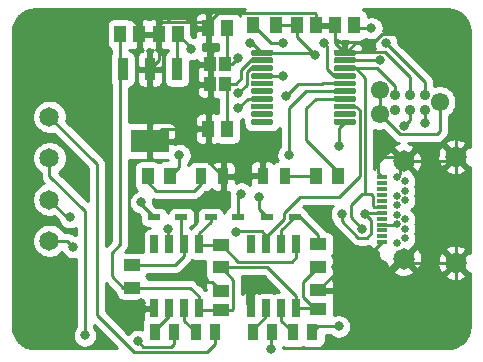
<source format=gbr>
%TF.GenerationSoftware,KiCad,Pcbnew,(5.1.10)-1*%
%TF.CreationDate,2021-09-16T11:14:36+02:00*%
%TF.ProjectId,ThermoDeviceLogger,54686572-6d6f-4446-9576-6963654c6f67,rev?*%
%TF.SameCoordinates,Original*%
%TF.FileFunction,Copper,L1,Top*%
%TF.FilePolarity,Positive*%
%FSLAX46Y46*%
G04 Gerber Fmt 4.6, Leading zero omitted, Abs format (unit mm)*
G04 Created by KiCad (PCBNEW (5.1.10)-1) date 2021-09-16 11:14:36*
%MOMM*%
%LPD*%
G01*
G04 APERTURE LIST*
%TA.AperFunction,SMDPad,CuDef*%
%ADD10R,1.000000X1.200000*%
%TD*%
%TA.AperFunction,SMDPad,CuDef*%
%ADD11R,1.450000X1.000000*%
%TD*%
%TA.AperFunction,SMDPad,CuDef*%
%ADD12R,1.000000X1.450000*%
%TD*%
%TA.AperFunction,SMDPad,CuDef*%
%ADD13R,0.960000X1.390000*%
%TD*%
%TA.AperFunction,SMDPad,CuDef*%
%ADD14R,0.900000X1.400000*%
%TD*%
%TA.AperFunction,ComponentPad*%
%ADD15C,1.650000*%
%TD*%
%TA.AperFunction,ComponentPad*%
%ADD16C,1.550000*%
%TD*%
%TA.AperFunction,SMDPad,CuDef*%
%ADD17C,0.889000*%
%TD*%
%TA.AperFunction,ComponentPad*%
%ADD18C,1.815000*%
%TD*%
%TA.AperFunction,ComponentPad*%
%ADD19C,0.650000*%
%TD*%
%TA.AperFunction,SMDPad,CuDef*%
%ADD20R,0.900000X0.300000*%
%TD*%
%TA.AperFunction,SMDPad,CuDef*%
%ADD21R,0.650000X1.525000*%
%TD*%
%TA.AperFunction,SMDPad,CuDef*%
%ADD22R,3.200000X1.950000*%
%TD*%
%TA.AperFunction,SMDPad,CuDef*%
%ADD23R,0.900000X1.950000*%
%TD*%
%TA.AperFunction,SMDPad,CuDef*%
%ADD24R,1.075000X0.500000*%
%TD*%
%TA.AperFunction,SMDPad,CuDef*%
%ADD25R,1.470000X1.020000*%
%TD*%
%TA.AperFunction,SMDPad,CuDef*%
%ADD26R,1.020000X1.470000*%
%TD*%
%TA.AperFunction,ViaPad*%
%ADD27C,3.750000*%
%TD*%
%TA.AperFunction,ViaPad*%
%ADD28C,0.800000*%
%TD*%
%TA.AperFunction,Conductor*%
%ADD29C,0.250000*%
%TD*%
%TA.AperFunction,Conductor*%
%ADD30C,0.254000*%
%TD*%
%TA.AperFunction,Conductor*%
%ADD31C,0.100000*%
%TD*%
G04 APERTURE END LIST*
D10*
%TO.P,Y1,4*%
%TO.N,/Cyrstal1*%
X103650000Y-57800000D03*
%TO.P,Y1,3*%
%TO.N,/Crystal2*%
X103650000Y-59500000D03*
%TO.P,Y1,2*%
%TO.N,GND*%
X102350000Y-59500000D03*
%TO.P,Y1,1*%
X102350000Y-57800000D03*
%TD*%
%TO.P,U1,20*%
%TO.N,GND*%
%TA.AperFunction,SMDPad,CuDef*%
G36*
G01*
X112800000Y-56950000D02*
X112800000Y-56700000D01*
G75*
G02*
X112925000Y-56575000I125000J0D01*
G01*
X114575000Y-56575000D01*
G75*
G02*
X114700000Y-56700000I0J-125000D01*
G01*
X114700000Y-56950000D01*
G75*
G02*
X114575000Y-57075000I-125000J0D01*
G01*
X112925000Y-57075000D01*
G75*
G02*
X112800000Y-56950000I0J125000D01*
G01*
G37*
%TD.AperFunction*%
%TO.P,U1,19*%
%TO.N,/PGD*%
%TA.AperFunction,SMDPad,CuDef*%
G36*
G01*
X112800000Y-57600000D02*
X112800000Y-57350000D01*
G75*
G02*
X112925000Y-57225000I125000J0D01*
G01*
X114575000Y-57225000D01*
G75*
G02*
X114700000Y-57350000I0J-125000D01*
G01*
X114700000Y-57600000D01*
G75*
G02*
X114575000Y-57725000I-125000J0D01*
G01*
X112925000Y-57725000D01*
G75*
G02*
X112800000Y-57600000I0J125000D01*
G01*
G37*
%TD.AperFunction*%
%TO.P,U1,18*%
%TO.N,/PGC*%
%TA.AperFunction,SMDPad,CuDef*%
G36*
G01*
X112800000Y-58250000D02*
X112800000Y-58000000D01*
G75*
G02*
X112925000Y-57875000I125000J0D01*
G01*
X114575000Y-57875000D01*
G75*
G02*
X114700000Y-58000000I0J-125000D01*
G01*
X114700000Y-58250000D01*
G75*
G02*
X114575000Y-58375000I-125000J0D01*
G01*
X112925000Y-58375000D01*
G75*
G02*
X112800000Y-58250000I0J125000D01*
G01*
G37*
%TD.AperFunction*%
%TO.P,U1,17*%
%TO.N,Net-(C4-Pad2)*%
%TA.AperFunction,SMDPad,CuDef*%
G36*
G01*
X112800000Y-58900000D02*
X112800000Y-58650000D01*
G75*
G02*
X112925000Y-58525000I125000J0D01*
G01*
X114575000Y-58525000D01*
G75*
G02*
X114700000Y-58650000I0J-125000D01*
G01*
X114700000Y-58900000D01*
G75*
G02*
X114575000Y-59025000I-125000J0D01*
G01*
X112925000Y-59025000D01*
G75*
G02*
X112800000Y-58900000I0J125000D01*
G01*
G37*
%TD.AperFunction*%
%TO.P,U1,16*%
%TO.N,/CS_1*%
%TA.AperFunction,SMDPad,CuDef*%
G36*
G01*
X112800000Y-59550000D02*
X112800000Y-59300000D01*
G75*
G02*
X112925000Y-59175000I125000J0D01*
G01*
X114575000Y-59175000D01*
G75*
G02*
X114700000Y-59300000I0J-125000D01*
G01*
X114700000Y-59550000D01*
G75*
G02*
X114575000Y-59675000I-125000J0D01*
G01*
X112925000Y-59675000D01*
G75*
G02*
X112800000Y-59550000I0J125000D01*
G01*
G37*
%TD.AperFunction*%
%TO.P,U1,15*%
%TO.N,/CS_2*%
%TA.AperFunction,SMDPad,CuDef*%
G36*
G01*
X112800000Y-60200000D02*
X112800000Y-59950000D01*
G75*
G02*
X112925000Y-59825000I125000J0D01*
G01*
X114575000Y-59825000D01*
G75*
G02*
X114700000Y-59950000I0J-125000D01*
G01*
X114700000Y-60200000D01*
G75*
G02*
X114575000Y-60325000I-125000J0D01*
G01*
X112925000Y-60325000D01*
G75*
G02*
X112800000Y-60200000I0J125000D01*
G01*
G37*
%TD.AperFunction*%
%TO.P,U1,14*%
%TO.N,Net-(R3-Pad1)*%
%TA.AperFunction,SMDPad,CuDef*%
G36*
G01*
X112800000Y-60850000D02*
X112800000Y-60600000D01*
G75*
G02*
X112925000Y-60475000I125000J0D01*
G01*
X114575000Y-60475000D01*
G75*
G02*
X114700000Y-60600000I0J-125000D01*
G01*
X114700000Y-60850000D01*
G75*
G02*
X114575000Y-60975000I-125000J0D01*
G01*
X112925000Y-60975000D01*
G75*
G02*
X112800000Y-60850000I0J125000D01*
G01*
G37*
%TD.AperFunction*%
%TO.P,U1,13*%
%TO.N,/MISO*%
%TA.AperFunction,SMDPad,CuDef*%
G36*
G01*
X112800000Y-61500000D02*
X112800000Y-61250000D01*
G75*
G02*
X112925000Y-61125000I125000J0D01*
G01*
X114575000Y-61125000D01*
G75*
G02*
X114700000Y-61250000I0J-125000D01*
G01*
X114700000Y-61500000D01*
G75*
G02*
X114575000Y-61625000I-125000J0D01*
G01*
X112925000Y-61625000D01*
G75*
G02*
X112800000Y-61500000I0J125000D01*
G01*
G37*
%TD.AperFunction*%
%TO.P,U1,12*%
%TO.N,Net-(U1-Pad12)*%
%TA.AperFunction,SMDPad,CuDef*%
G36*
G01*
X112800000Y-62150000D02*
X112800000Y-61900000D01*
G75*
G02*
X112925000Y-61775000I125000J0D01*
G01*
X114575000Y-61775000D01*
G75*
G02*
X114700000Y-61900000I0J-125000D01*
G01*
X114700000Y-62150000D01*
G75*
G02*
X114575000Y-62275000I-125000J0D01*
G01*
X112925000Y-62275000D01*
G75*
G02*
X112800000Y-62150000I0J125000D01*
G01*
G37*
%TD.AperFunction*%
%TO.P,U1,11*%
%TO.N,/SCK*%
%TA.AperFunction,SMDPad,CuDef*%
G36*
G01*
X112800000Y-62800000D02*
X112800000Y-62550000D01*
G75*
G02*
X112925000Y-62425000I125000J0D01*
G01*
X114575000Y-62425000D01*
G75*
G02*
X114700000Y-62550000I0J-125000D01*
G01*
X114700000Y-62800000D01*
G75*
G02*
X114575000Y-62925000I-125000J0D01*
G01*
X112925000Y-62925000D01*
G75*
G02*
X112800000Y-62800000I0J125000D01*
G01*
G37*
%TD.AperFunction*%
%TO.P,U1,10*%
%TO.N,Net-(U1-Pad10)*%
%TA.AperFunction,SMDPad,CuDef*%
G36*
G01*
X105800000Y-62800000D02*
X105800000Y-62550000D01*
G75*
G02*
X105925000Y-62425000I125000J0D01*
G01*
X107575000Y-62425000D01*
G75*
G02*
X107700000Y-62550000I0J-125000D01*
G01*
X107700000Y-62800000D01*
G75*
G02*
X107575000Y-62925000I-125000J0D01*
G01*
X105925000Y-62925000D01*
G75*
G02*
X105800000Y-62800000I0J125000D01*
G01*
G37*
%TD.AperFunction*%
%TO.P,U1,9*%
%TO.N,Net-(U1-Pad9)*%
%TA.AperFunction,SMDPad,CuDef*%
G36*
G01*
X105800000Y-62150000D02*
X105800000Y-61900000D01*
G75*
G02*
X105925000Y-61775000I125000J0D01*
G01*
X107575000Y-61775000D01*
G75*
G02*
X107700000Y-61900000I0J-125000D01*
G01*
X107700000Y-62150000D01*
G75*
G02*
X107575000Y-62275000I-125000J0D01*
G01*
X105925000Y-62275000D01*
G75*
G02*
X105800000Y-62150000I0J125000D01*
G01*
G37*
%TD.AperFunction*%
%TO.P,U1,8*%
%TO.N,Net-(U1-Pad8)*%
%TA.AperFunction,SMDPad,CuDef*%
G36*
G01*
X105800000Y-61500000D02*
X105800000Y-61250000D01*
G75*
G02*
X105925000Y-61125000I125000J0D01*
G01*
X107575000Y-61125000D01*
G75*
G02*
X107700000Y-61250000I0J-125000D01*
G01*
X107700000Y-61500000D01*
G75*
G02*
X107575000Y-61625000I-125000J0D01*
G01*
X105925000Y-61625000D01*
G75*
G02*
X105800000Y-61500000I0J125000D01*
G01*
G37*
%TD.AperFunction*%
%TO.P,U1,7*%
%TO.N,Net-(R2-Pad1)*%
%TA.AperFunction,SMDPad,CuDef*%
G36*
G01*
X105800000Y-60850000D02*
X105800000Y-60600000D01*
G75*
G02*
X105925000Y-60475000I125000J0D01*
G01*
X107575000Y-60475000D01*
G75*
G02*
X107700000Y-60600000I0J-125000D01*
G01*
X107700000Y-60850000D01*
G75*
G02*
X107575000Y-60975000I-125000J0D01*
G01*
X105925000Y-60975000D01*
G75*
G02*
X105800000Y-60850000I0J125000D01*
G01*
G37*
%TD.AperFunction*%
%TO.P,U1,6*%
%TO.N,Net-(U1-Pad6)*%
%TA.AperFunction,SMDPad,CuDef*%
G36*
G01*
X105800000Y-60200000D02*
X105800000Y-59950000D01*
G75*
G02*
X105925000Y-59825000I125000J0D01*
G01*
X107575000Y-59825000D01*
G75*
G02*
X107700000Y-59950000I0J-125000D01*
G01*
X107700000Y-60200000D01*
G75*
G02*
X107575000Y-60325000I-125000J0D01*
G01*
X105925000Y-60325000D01*
G75*
G02*
X105800000Y-60200000I0J125000D01*
G01*
G37*
%TD.AperFunction*%
%TO.P,U1,5*%
%TO.N,Net-(U1-Pad5)*%
%TA.AperFunction,SMDPad,CuDef*%
G36*
G01*
X105800000Y-59550000D02*
X105800000Y-59300000D01*
G75*
G02*
X105925000Y-59175000I125000J0D01*
G01*
X107575000Y-59175000D01*
G75*
G02*
X107700000Y-59300000I0J-125000D01*
G01*
X107700000Y-59550000D01*
G75*
G02*
X107575000Y-59675000I-125000J0D01*
G01*
X105925000Y-59675000D01*
G75*
G02*
X105800000Y-59550000I0J125000D01*
G01*
G37*
%TD.AperFunction*%
%TO.P,U1,4*%
%TO.N,/MCLR*%
%TA.AperFunction,SMDPad,CuDef*%
G36*
G01*
X105800000Y-58900000D02*
X105800000Y-58650000D01*
G75*
G02*
X105925000Y-58525000I125000J0D01*
G01*
X107575000Y-58525000D01*
G75*
G02*
X107700000Y-58650000I0J-125000D01*
G01*
X107700000Y-58900000D01*
G75*
G02*
X107575000Y-59025000I-125000J0D01*
G01*
X105925000Y-59025000D01*
G75*
G02*
X105800000Y-58900000I0J125000D01*
G01*
G37*
%TD.AperFunction*%
%TO.P,U1,3*%
%TO.N,/Cyrstal1*%
%TA.AperFunction,SMDPad,CuDef*%
G36*
G01*
X105800000Y-58250000D02*
X105800000Y-58000000D01*
G75*
G02*
X105925000Y-57875000I125000J0D01*
G01*
X107575000Y-57875000D01*
G75*
G02*
X107700000Y-58000000I0J-125000D01*
G01*
X107700000Y-58250000D01*
G75*
G02*
X107575000Y-58375000I-125000J0D01*
G01*
X105925000Y-58375000D01*
G75*
G02*
X105800000Y-58250000I0J125000D01*
G01*
G37*
%TD.AperFunction*%
%TO.P,U1,2*%
%TO.N,/Crystal2*%
%TA.AperFunction,SMDPad,CuDef*%
G36*
G01*
X105800000Y-57600000D02*
X105800000Y-57350000D01*
G75*
G02*
X105925000Y-57225000I125000J0D01*
G01*
X107575000Y-57225000D01*
G75*
G02*
X107700000Y-57350000I0J-125000D01*
G01*
X107700000Y-57600000D01*
G75*
G02*
X107575000Y-57725000I-125000J0D01*
G01*
X105925000Y-57725000D01*
G75*
G02*
X105800000Y-57600000I0J125000D01*
G01*
G37*
%TD.AperFunction*%
%TO.P,U1,1*%
%TO.N,+5V*%
%TA.AperFunction,SMDPad,CuDef*%
G36*
G01*
X105800000Y-56950000D02*
X105800000Y-56700000D01*
G75*
G02*
X105925000Y-56575000I125000J0D01*
G01*
X107575000Y-56575000D01*
G75*
G02*
X107700000Y-56700000I0J-125000D01*
G01*
X107700000Y-56950000D01*
G75*
G02*
X107575000Y-57075000I-125000J0D01*
G01*
X105925000Y-57075000D01*
G75*
G02*
X105800000Y-56950000I0J125000D01*
G01*
G37*
%TD.AperFunction*%
%TD*%
D11*
%TO.P,R6,2*%
%TO.N,Net-(D3-Pad2)*%
X103250000Y-73100000D03*
%TO.P,R6,1*%
%TO.N,/3.3V*%
X103250000Y-75000000D03*
%TD*%
%TO.P,R5,2*%
%TO.N,Net-(D1-Pad2)*%
X95750000Y-74800000D03*
%TO.P,R5,1*%
%TO.N,/3.3V*%
X95750000Y-76700000D03*
%TD*%
%TO.P,R4,2*%
%TO.N,Net-(D2-Pad2)*%
X111500000Y-73050000D03*
%TO.P,R4,1*%
%TO.N,/3.3V*%
X111500000Y-74950000D03*
%TD*%
D12*
%TO.P,R3,2*%
%TO.N,Net-(LED2-Pad2)*%
X111300000Y-67250000D03*
%TO.P,R3,1*%
%TO.N,Net-(R3-Pad1)*%
X113200000Y-67250000D03*
%TD*%
%TO.P,R2,2*%
%TO.N,Net-(LED1-Pad2)*%
X97050000Y-67290000D03*
%TO.P,R2,1*%
%TO.N,Net-(R2-Pad1)*%
X98950000Y-67290000D03*
%TD*%
%TO.P,R1,2*%
%TO.N,/MCLR*%
X106000000Y-54500000D03*
%TO.P,R1,1*%
%TO.N,+5V*%
X107900000Y-54500000D03*
%TD*%
D13*
%TO.P,LFB2,2*%
%TO.N,Net-(IC2-Pad2)*%
X97690000Y-80500000D03*
%TO.P,LFB2,1*%
%TO.N,/ThermoCouple Modules/T-tcm1*%
X99310000Y-80500000D03*
%TD*%
%TO.P,LFB1,2*%
%TO.N,Net-(IC2-Pad3)*%
X101130000Y-80500000D03*
%TO.P,LFB1,1*%
%TO.N,/ThermoCouple Modules/T+tcm1*%
X102750000Y-80500000D03*
%TD*%
D14*
%TO.P,LED2,2*%
%TO.N,Net-(LED2-Pad2)*%
X108700000Y-67250000D03*
%TO.P,LED2,1*%
%TO.N,GND*%
X106800000Y-67250000D03*
%TD*%
%TO.P,LED1,2*%
%TO.N,Net-(LED1-Pad2)*%
X101550000Y-67290000D03*
%TO.P,LED1,1*%
%TO.N,GND*%
X103450000Y-67290000D03*
%TD*%
D15*
%TO.P,J3,4*%
%TO.N,/ThermoCouple Modules/T-tcm2*%
X88750000Y-72750000D03*
%TO.P,J3,3*%
%TO.N,/ThermoCouple Modules/T+tcm2*%
X88750000Y-69250000D03*
%TO.P,J3,2*%
%TO.N,/ThermoCouple Modules/T-tcm1*%
X88750000Y-65750000D03*
%TO.P,J3,1*%
%TO.N,/ThermoCouple Modules/T+tcm1*%
X88750000Y-62250000D03*
%TD*%
D16*
%TO.P,J2,9*%
%TO.N,N/C*%
X116710000Y-59984000D03*
%TO.P,J2,8*%
X116710000Y-62016000D03*
%TO.P,J2,7*%
X121790000Y-61000000D03*
D17*
%TO.P,J2,6*%
%TO.N,Net-(J2-Pad6)*%
X117980000Y-61635000D03*
%TO.P,J2,5*%
%TO.N,/PGC*%
X117980000Y-60365000D03*
%TO.P,J2,4*%
%TO.N,/PGD*%
X119250000Y-61635000D03*
%TO.P,J2,3*%
%TO.N,GND*%
X119250000Y-60365000D03*
%TO.P,J2,2*%
%TO.N,+5V*%
X120520000Y-61635000D03*
%TO.P,J2,1*%
%TO.N,/MCLR*%
X120520000Y-60365000D03*
%TD*%
D18*
%TO.P,J1,MH4*%
%TO.N,GND*%
X118750000Y-65990000D03*
%TO.P,J1,MH3*%
X123140000Y-65630000D03*
%TO.P,J1,MH2*%
X123140000Y-74610000D03*
%TO.P,J1,MH1*%
X118750000Y-74250000D03*
D19*
%TO.P,J1,B12*%
%TO.N,Net-(J1-PadB12)*%
X118150000Y-72920000D03*
%TO.P,J1,B11*%
%TO.N,Net-(J1-PadB11)*%
X118850000Y-72520000D03*
%TO.P,J1,B10*%
%TO.N,Net-(J1-PadB10)*%
X118850000Y-71720000D03*
%TO.P,J1,B9*%
%TO.N,+5V*%
X118150000Y-71320000D03*
%TO.P,J1,B8*%
%TO.N,Net-(J1-PadB8)*%
X118850000Y-70920000D03*
%TO.P,J1,B7*%
%TO.N,/PGC*%
X118150000Y-70520000D03*
%TO.P,J1,B6*%
%TO.N,/PGD*%
X118150000Y-69720000D03*
%TO.P,J1,B5*%
%TO.N,Net-(J1-PadB5)*%
X118850000Y-69320000D03*
%TO.P,J1,B4*%
%TO.N,Net-(J1-PadB4)*%
X118150000Y-68920000D03*
%TO.P,J1,B3*%
%TO.N,Net-(J1-PadB3)*%
X118850000Y-68520000D03*
%TO.P,J1,B2*%
%TO.N,Net-(J1-PadB2)*%
X118850000Y-67720000D03*
%TO.P,J1,B1*%
%TO.N,GND*%
X118150000Y-67320000D03*
D20*
%TO.P,J1,A12*%
X116940000Y-67370000D03*
%TO.P,J1,A11*%
%TO.N,Net-(J1-PadA11)*%
X116940000Y-67870000D03*
%TO.P,J1,A10*%
%TO.N,Net-(J1-PadA10)*%
X116940000Y-68370000D03*
%TO.P,J1,A9*%
%TO.N,Net-(J1-PadA9)*%
X116940000Y-68870000D03*
%TO.P,J1,A8*%
%TO.N,Net-(J1-PadA8)*%
X116940000Y-69370000D03*
%TO.P,J1,A7*%
%TO.N,/PGC*%
X116940000Y-69870000D03*
%TO.P,J1,A6*%
%TO.N,/PGD*%
X116940000Y-70370000D03*
%TO.P,J1,A5*%
%TO.N,Net-(J1-PadA5)*%
X116940000Y-70870000D03*
%TO.P,J1,A4*%
%TO.N,+5V*%
X116940000Y-71370000D03*
%TO.P,J1,A3*%
%TO.N,Net-(J1-PadA3)*%
X116940000Y-71870000D03*
%TO.P,J1,A2*%
%TO.N,Net-(J1-PadA2)*%
X116940000Y-72370000D03*
%TO.P,J1,A1*%
%TO.N,GND*%
X116940000Y-72870000D03*
%TD*%
D21*
%TO.P,IC3,8*%
%TO.N,Net-(IC3-Pad8)*%
X105845000Y-73038000D03*
%TO.P,IC3,7*%
%TO.N,/MISO*%
X107115000Y-73038000D03*
%TO.P,IC3,6*%
%TO.N,Net-(D2-Pad2)*%
X108385000Y-73038000D03*
%TO.P,IC3,5*%
%TO.N,Net-(D3-Pad2)*%
X109655000Y-73038000D03*
%TO.P,IC3,4*%
%TO.N,/3.3V*%
X109655000Y-78462000D03*
%TO.P,IC3,3*%
%TO.N,Net-(FB1-Pad2)*%
X108385000Y-78462000D03*
%TO.P,IC3,2*%
%TO.N,Net-(FB2-Pad2)*%
X107115000Y-78462000D03*
%TO.P,IC3,1*%
%TO.N,GND*%
X105845000Y-78462000D03*
%TD*%
%TO.P,IC2,8*%
%TO.N,Net-(IC2-Pad8)*%
X97595000Y-73038000D03*
%TO.P,IC2,7*%
%TO.N,/MISO*%
X98865000Y-73038000D03*
%TO.P,IC2,6*%
%TO.N,Net-(D1-Pad2)*%
X100135000Y-73038000D03*
%TO.P,IC2,5*%
%TO.N,Net-(D3-Pad2)*%
X101405000Y-73038000D03*
%TO.P,IC2,4*%
%TO.N,/3.3V*%
X101405000Y-78462000D03*
%TO.P,IC2,3*%
%TO.N,Net-(IC2-Pad3)*%
X100135000Y-78462000D03*
%TO.P,IC2,2*%
%TO.N,Net-(IC2-Pad2)*%
X98865000Y-78462000D03*
%TO.P,IC2,1*%
%TO.N,GND*%
X97595000Y-78462000D03*
%TD*%
D22*
%TO.P,IC1,4*%
%TO.N,GND*%
X97250000Y-64300000D03*
D23*
%TO.P,IC1,3*%
%TO.N,/3.3V*%
X94950000Y-58200000D03*
%TO.P,IC1,2*%
%TO.N,GND*%
X97250000Y-58200000D03*
%TO.P,IC1,1*%
%TO.N,+5V*%
X99550000Y-58200000D03*
%TD*%
D13*
%TO.P,FB2,2*%
%TO.N,Net-(FB2-Pad2)*%
X105940000Y-80500000D03*
%TO.P,FB2,1*%
%TO.N,/ThermoCouple Modules/T-tcm2*%
X107560000Y-80500000D03*
%TD*%
%TO.P,FB1,2*%
%TO.N,Net-(FB1-Pad2)*%
X109380000Y-80500000D03*
%TO.P,FB1,1*%
%TO.N,/ThermoCouple Modules/T+tcm2*%
X111000000Y-80500000D03*
%TD*%
D24*
%TO.P,D3,2*%
%TO.N,Net-(D3-Pad2)*%
X102382000Y-70750000D03*
%TO.P,D3,1*%
%TO.N,/SCK*%
X104706000Y-70750000D03*
%TD*%
%TO.P,D2,2*%
%TO.N,Net-(D2-Pad2)*%
X109500000Y-70750000D03*
%TO.P,D2,1*%
%TO.N,/CS_2*%
X107176000Y-70750000D03*
%TD*%
%TO.P,D1,2*%
%TO.N,Net-(D1-Pad2)*%
X99912000Y-70750000D03*
%TO.P,D1,1*%
%TO.N,/CS_1*%
X97588000Y-70750000D03*
%TD*%
D25*
%TO.P,C8,2*%
%TO.N,/3.3V*%
X111500000Y-78550000D03*
%TO.P,C8,1*%
%TO.N,GND*%
X111500000Y-76950000D03*
%TD*%
%TO.P,C7,2*%
%TO.N,/3.3V*%
X103250000Y-78600000D03*
%TO.P,C7,1*%
%TO.N,GND*%
X103250000Y-77000000D03*
%TD*%
D26*
%TO.P,C6,2*%
%TO.N,/Crystal2*%
X103800000Y-63250000D03*
%TO.P,C6,1*%
%TO.N,GND*%
X102200000Y-63250000D03*
%TD*%
%TO.P,C5,2*%
%TO.N,GND*%
X102200000Y-54750000D03*
%TO.P,C5,1*%
%TO.N,/Cyrstal1*%
X103800000Y-54750000D03*
%TD*%
%TO.P,C4,2*%
%TO.N,Net-(C4-Pad2)*%
X114550000Y-54500000D03*
%TO.P,C4,1*%
%TO.N,GND*%
X112950000Y-54500000D03*
%TD*%
%TO.P,C3,2*%
%TO.N,+5V*%
X109700000Y-54500000D03*
%TO.P,C3,1*%
%TO.N,GND*%
X111300000Y-54500000D03*
%TD*%
%TO.P,C2,2*%
%TO.N,GND*%
X96350000Y-55250000D03*
%TO.P,C2,1*%
%TO.N,/3.3V*%
X94750000Y-55250000D03*
%TD*%
%TO.P,C1,2*%
%TO.N,GND*%
X98000000Y-55250000D03*
%TO.P,C1,1*%
%TO.N,+5V*%
X99600000Y-55250000D03*
%TD*%
D27*
%TO.N,GND*%
X122000000Y-55500000D03*
X122000000Y-79500000D03*
X88000000Y-79500000D03*
X88000000Y-55500000D03*
D28*
X96512653Y-77987347D03*
X101500000Y-76250000D03*
X105500000Y-76500000D03*
X113000000Y-75000000D03*
X94500000Y-79000000D03*
%TO.N,+5V*%
X120520000Y-62730000D03*
X111250000Y-57000000D03*
X105750000Y-56000000D03*
X100750000Y-56500000D03*
%TO.N,Net-(C4-Pad2)*%
X112000000Y-56000000D03*
X116000000Y-54750000D03*
%TO.N,/Cyrstal1*%
X104750000Y-57250000D03*
X104750000Y-60250000D03*
%TO.N,/CS_1*%
X108750000Y-60500000D03*
X96500000Y-69500000D03*
%TO.N,/CS_2*%
X109000000Y-65500000D03*
X106500000Y-69000000D03*
%TO.N,/SCK*%
X105000000Y-68750000D03*
X113250000Y-64750000D03*
%TO.N,/ThermoCouple Modules/T+tcm2*%
X90500000Y-70750000D03*
X113250000Y-80000000D03*
%TO.N,/ThermoCouple Modules/T-tcm2*%
X90750000Y-73250000D03*
X107500000Y-81875000D03*
%TO.N,/MISO*%
X104500000Y-72000000D03*
X98750000Y-71750000D03*
%TO.N,/PGC*%
X115250000Y-71750000D03*
%TO.N,/PGD*%
X118750000Y-63000000D03*
X116767415Y-57459836D03*
X115500000Y-70500000D03*
X113500000Y-70500000D03*
%TO.N,/MCLR*%
X117250000Y-56000000D03*
X108500000Y-58750000D03*
X108500000Y-56000000D03*
%TO.N,/ThermoCouple Modules/T-tcm1*%
X96250000Y-81250000D03*
X91750000Y-80750000D03*
%TO.N,Net-(R2-Pad1)*%
X104750000Y-61500000D03*
X99750000Y-65500000D03*
%TD*%
D29*
%TO.N,*%
X116710000Y-59984000D02*
X116710000Y-62016000D01*
X118419001Y-63725001D02*
X121524999Y-63725001D01*
X116710000Y-62016000D02*
X118419001Y-63725001D01*
X121790000Y-63460000D02*
X121790000Y-61000000D01*
X121524999Y-63725001D02*
X121790000Y-63460000D01*
%TO.N,GND*%
X113840165Y-56734835D02*
X113750000Y-56825000D01*
X117115416Y-56734835D02*
X113840165Y-56734835D01*
X119250000Y-58869419D02*
X117115416Y-56734835D01*
X119250000Y-60365000D02*
X119250000Y-58869419D01*
X112950000Y-56025000D02*
X113750000Y-56825000D01*
X112950000Y-54500000D02*
X112950000Y-56025000D01*
X111300000Y-54500000D02*
X112950000Y-54500000D01*
X118400001Y-66087999D02*
X118400001Y-67069999D01*
X117932001Y-65619999D02*
X118400001Y-66087999D01*
X116599999Y-66087999D02*
X117067999Y-65619999D01*
X117067999Y-65619999D02*
X117932001Y-65619999D01*
X116599999Y-67029999D02*
X116599999Y-66087999D01*
X118400001Y-67069999D02*
X118150000Y-67320000D01*
X116940000Y-67370000D02*
X116599999Y-67029999D01*
X122780000Y-65990000D02*
X123140000Y-65630000D01*
X118750000Y-65990000D02*
X122780000Y-65990000D01*
X102200000Y-63019998D02*
X102200000Y-63250000D01*
X111300000Y-53515000D02*
X111224999Y-53439999D01*
X111300000Y-54500000D02*
X111300000Y-53515000D01*
X102200000Y-54269998D02*
X102200000Y-54750000D01*
X98000000Y-54265000D02*
X98000000Y-55250000D01*
X98075001Y-54189999D02*
X98000000Y-54265000D01*
X96350000Y-55250000D02*
X98000000Y-55250000D01*
X98000000Y-55250000D02*
X98000000Y-54500000D01*
X98000000Y-54500000D02*
X98250000Y-54250000D01*
X98000000Y-57450000D02*
X97250000Y-58200000D01*
X98000000Y-55250000D02*
X98000000Y-57450000D01*
X96350000Y-55250000D02*
X96350000Y-54600000D01*
X96350000Y-54600000D02*
X95500000Y-53750000D01*
X89750000Y-53750000D02*
X88000000Y-55500000D01*
X95500000Y-53750000D02*
X89750000Y-53750000D01*
X98300000Y-63250000D02*
X97250000Y-64300000D01*
X102200000Y-63250000D02*
X98300000Y-63250000D01*
X102200000Y-66040000D02*
X102200000Y-63250000D01*
X103450000Y-67290000D02*
X102200000Y-66040000D01*
X106760000Y-67290000D02*
X106800000Y-67250000D01*
X103450000Y-67290000D02*
X106760000Y-67290000D01*
X111500000Y-76950000D02*
X112860000Y-76950000D01*
X96987306Y-78462000D02*
X96512653Y-77987347D01*
X97595000Y-78462000D02*
X96987306Y-78462000D01*
X102500000Y-76250000D02*
X103250000Y-77000000D01*
X101500000Y-76250000D02*
X102500000Y-76250000D01*
X105500000Y-78117000D02*
X105845000Y-78462000D01*
X105500000Y-76500000D02*
X105500000Y-78117000D01*
X113000000Y-75450000D02*
X111500000Y-76950000D01*
X113000000Y-75000000D02*
X113000000Y-75450000D01*
X123140000Y-65630000D02*
X123140000Y-74610000D01*
X119110000Y-74610000D02*
X118750000Y-74250000D01*
X123140000Y-74610000D02*
X119110000Y-74610000D01*
X118368000Y-74250000D02*
X116618000Y-76000000D01*
X118750000Y-74250000D02*
X118368000Y-74250000D01*
X115500000Y-76000000D02*
X114655000Y-75155000D01*
X114655000Y-75155000D02*
X116940000Y-72870000D01*
X116618000Y-76000000D02*
X115500000Y-76000000D01*
X112860000Y-76950000D02*
X114655000Y-75155000D01*
X123140000Y-78360000D02*
X122000000Y-79500000D01*
X123140000Y-74610000D02*
X123140000Y-78360000D01*
X111224999Y-53439999D02*
X103029999Y-53439999D01*
X102200000Y-54750000D02*
X101639999Y-54189999D01*
X101639999Y-54189999D02*
X98075001Y-54189999D01*
X103029999Y-53439999D02*
X102200000Y-54269998D01*
X102200000Y-57650000D02*
X102350000Y-57800000D01*
X102200000Y-54750000D02*
X102200000Y-57650000D01*
X102350000Y-57800000D02*
X102350000Y-59500000D01*
X102350000Y-63100000D02*
X102200000Y-63250000D01*
X102350000Y-59500000D02*
X102350000Y-63100000D01*
X113825000Y-56825000D02*
X114650000Y-56000000D01*
X113750000Y-56825000D02*
X113825000Y-56825000D01*
X116176998Y-56000000D02*
X116926998Y-55250000D01*
X114650000Y-56000000D02*
X116176998Y-56000000D01*
X121750000Y-55250000D02*
X122000000Y-55500000D01*
X116926998Y-55250000D02*
X121750000Y-55250000D01*
X122000000Y-55500000D02*
X122000000Y-58000000D01*
X123140000Y-59140000D02*
X123140000Y-65630000D01*
X122000000Y-58000000D02*
X123140000Y-59140000D01*
X95500000Y-79000000D02*
X96512653Y-77987347D01*
X94500000Y-79000000D02*
X95500000Y-79000000D01*
%TO.N,+5V*%
X120520000Y-61635000D02*
X120520000Y-62730000D01*
X109700000Y-55450000D02*
X109700000Y-54500000D01*
X111250000Y-57000000D02*
X109700000Y-55450000D01*
X111075000Y-56825000D02*
X106750000Y-56825000D01*
X111250000Y-57000000D02*
X111075000Y-56825000D01*
X109700000Y-54500000D02*
X107900000Y-54500000D01*
X106750000Y-56825000D02*
X105925000Y-56000000D01*
X105925000Y-56000000D02*
X105750000Y-56000000D01*
X100750000Y-56400000D02*
X99600000Y-55250000D01*
X100750000Y-56500000D02*
X100750000Y-56400000D01*
X99550000Y-55300000D02*
X99600000Y-55250000D01*
X99550000Y-58200000D02*
X99550000Y-55300000D01*
X118100000Y-71370000D02*
X118150000Y-71320000D01*
X116940000Y-71370000D02*
X118100000Y-71370000D01*
%TO.N,/3.3V*%
X94750000Y-58000000D02*
X94950000Y-58200000D01*
X94750000Y-55250000D02*
X94750000Y-58000000D01*
X104310001Y-78524999D02*
X104235000Y-78600000D01*
X104235000Y-78600000D02*
X103250000Y-78600000D01*
X104310001Y-76060001D02*
X104310001Y-78524999D01*
X103250000Y-75000000D02*
X104310001Y-76060001D01*
X101543000Y-78600000D02*
X101405000Y-78462000D01*
X103250000Y-78600000D02*
X101543000Y-78600000D01*
X111412000Y-78462000D02*
X111500000Y-78550000D01*
X109655000Y-78462000D02*
X111412000Y-78462000D01*
X110250000Y-76200000D02*
X111500000Y-74950000D01*
X110250000Y-77530002D02*
X110250000Y-76200000D01*
X111269998Y-78550000D02*
X110250000Y-77530002D01*
X111500000Y-78550000D02*
X111269998Y-78550000D01*
X94950000Y-76700000D02*
X95750000Y-76700000D01*
X94000000Y-75750000D02*
X94950000Y-76700000D01*
X94000000Y-73750000D02*
X94000000Y-75750000D01*
X94699999Y-73050001D02*
X94000000Y-73750000D01*
X94699999Y-58450001D02*
X94699999Y-73050001D01*
X94950000Y-58200000D02*
X94699999Y-58450001D01*
X101405000Y-77449500D02*
X101405000Y-78462000D01*
X100655500Y-76700000D02*
X101405000Y-77449500D01*
X95750000Y-76700000D02*
X100655500Y-76700000D01*
X109655000Y-77449500D02*
X109655000Y-78462000D01*
X107205500Y-75000000D02*
X109655000Y-77449500D01*
X103250000Y-75000000D02*
X107205500Y-75000000D01*
%TO.N,Net-(C4-Pad2)*%
X112800000Y-58775000D02*
X112250000Y-58225000D01*
X113750000Y-58775000D02*
X112800000Y-58775000D01*
X112250000Y-56250000D02*
X112000000Y-56000000D01*
X112250000Y-58225000D02*
X112250000Y-56250000D01*
X114800000Y-54750000D02*
X114550000Y-54500000D01*
X116000000Y-54750000D02*
X114800000Y-54750000D01*
%TO.N,/Cyrstal1*%
X103800000Y-57250000D02*
X103650000Y-57400000D01*
X103650000Y-57400000D02*
X103850000Y-57400000D01*
X103800000Y-54750000D02*
X103800000Y-57250000D01*
X103650000Y-57800000D02*
X104200000Y-57800000D01*
X104200000Y-57800000D02*
X104750000Y-57250000D01*
X105800000Y-58125000D02*
X106750000Y-58125000D01*
X105450010Y-59549990D02*
X105450010Y-58474990D01*
X105450010Y-58474990D02*
X105800000Y-58125000D01*
X104750000Y-60250000D02*
X105450010Y-59549990D01*
%TO.N,/Crystal2*%
X103800000Y-59250000D02*
X103650000Y-59100000D01*
X103650000Y-59100000D02*
X103650000Y-59000000D01*
X103800000Y-59650000D02*
X103650000Y-59500000D01*
X103800000Y-63250000D02*
X103800000Y-59650000D01*
X103650000Y-59500000D02*
X104500000Y-59500000D01*
X104500000Y-59500000D02*
X105000000Y-59000000D01*
X105800000Y-57475000D02*
X106750000Y-57475000D01*
X105000000Y-58275000D02*
X105800000Y-57475000D01*
X105000000Y-59000000D02*
X105000000Y-58275000D01*
%TO.N,Net-(D1-Pad2)*%
X99912000Y-72815000D02*
X100135000Y-73038000D01*
X99912000Y-70750000D02*
X99912000Y-72815000D01*
X99385500Y-74800000D02*
X95750000Y-74800000D01*
X100135000Y-74050500D02*
X99385500Y-74800000D01*
X100135000Y-73038000D02*
X100135000Y-74050500D01*
%TO.N,/CS_1*%
X111938590Y-59425000D02*
X111863590Y-59500000D01*
X113750000Y-59425000D02*
X111938590Y-59425000D01*
X111863590Y-59500000D02*
X109750000Y-59500000D01*
X109750000Y-59500000D02*
X108750000Y-60500000D01*
X96500000Y-69662000D02*
X97588000Y-70750000D01*
X96500000Y-69500000D02*
X96500000Y-69662000D01*
%TO.N,Net-(D2-Pad2)*%
X111500000Y-73050000D02*
X111500000Y-72250000D01*
X110000000Y-70750000D02*
X109500000Y-70750000D01*
X111500000Y-72250000D02*
X110000000Y-70750000D01*
X108385000Y-71865000D02*
X109500000Y-70750000D01*
X108385000Y-73038000D02*
X108385000Y-71865000D01*
%TO.N,/CS_2*%
X113750000Y-60075000D02*
X110425000Y-60075000D01*
X110425000Y-60075000D02*
X109000000Y-61500000D01*
X109000000Y-61500000D02*
X109000000Y-65500000D01*
X106500000Y-70074000D02*
X107176000Y-70750000D01*
X106500000Y-69000000D02*
X106500000Y-70074000D01*
%TO.N,Net-(D3-Pad2)*%
X102382000Y-70750000D02*
X102382000Y-71118000D01*
X101405000Y-72095000D02*
X101405000Y-73038000D01*
X102382000Y-71118000D02*
X101405000Y-72095000D01*
X109655000Y-73038000D02*
X109655000Y-74095000D01*
X109655000Y-74095000D02*
X109250000Y-74500000D01*
X109250000Y-74500000D02*
X104750000Y-74500000D01*
X103350000Y-73100000D02*
X103250000Y-73100000D01*
X104750000Y-74500000D02*
X103350000Y-73100000D01*
X101467000Y-73100000D02*
X101405000Y-73038000D01*
X103250000Y-73100000D02*
X101467000Y-73100000D01*
%TO.N,/SCK*%
X104706000Y-70750000D02*
X104706000Y-69044000D01*
X104706000Y-69044000D02*
X105000000Y-68750000D01*
X113250000Y-63175000D02*
X113750000Y-62675000D01*
X113250000Y-64750000D02*
X113250000Y-63175000D01*
%TO.N,Net-(FB1-Pad2)*%
X108385000Y-79505000D02*
X108385000Y-78462000D01*
X109380000Y-80500000D02*
X108385000Y-79505000D01*
%TO.N,/ThermoCouple Modules/T+tcm2*%
X88750000Y-69250000D02*
X90250000Y-70750000D01*
X90250000Y-70750000D02*
X90500000Y-70750000D01*
X111500000Y-80000000D02*
X111000000Y-80500000D01*
X113250000Y-80000000D02*
X111500000Y-80000000D01*
%TO.N,Net-(FB2-Pad2)*%
X107115000Y-79110000D02*
X107115000Y-78462000D01*
X105940000Y-80285000D02*
X107115000Y-79110000D01*
X105940000Y-80500000D02*
X105940000Y-80285000D01*
%TO.N,/ThermoCouple Modules/T-tcm2*%
X90250000Y-72750000D02*
X90750000Y-73250000D01*
X88750000Y-72750000D02*
X90250000Y-72750000D01*
X107500000Y-80560000D02*
X107560000Y-80500000D01*
X107500000Y-81875000D02*
X107500000Y-80560000D01*
%TO.N,/MISO*%
X107115000Y-73038000D02*
X107115000Y-72365000D01*
X106700499Y-71950499D02*
X104549501Y-71950499D01*
X107115000Y-72365000D02*
X106700499Y-71950499D01*
X104549501Y-71950499D02*
X104500000Y-72000000D01*
X98750000Y-72923000D02*
X98865000Y-73038000D01*
X98750000Y-71750000D02*
X98750000Y-72923000D01*
X107115000Y-73038000D02*
X107115000Y-72385000D01*
X108637499Y-70362501D02*
X110000000Y-69000000D01*
X108637499Y-70862501D02*
X108637499Y-70362501D01*
X107115000Y-72385000D02*
X108637499Y-70862501D01*
X113260002Y-69000000D02*
X114500000Y-67760002D01*
X110000000Y-69000000D02*
X113260002Y-69000000D01*
X114500000Y-67760002D02*
X114500000Y-67750000D01*
X114700000Y-61375000D02*
X113750000Y-61375000D01*
X115025010Y-61700010D02*
X114700000Y-61375000D01*
X115025010Y-67224990D02*
X115025010Y-61700010D01*
X114500000Y-67750000D02*
X115025010Y-67224990D01*
%TO.N,Net-(IC2-Pad3)*%
X100135000Y-79505000D02*
X100135000Y-78462000D01*
X101130000Y-80500000D02*
X100135000Y-79505000D01*
%TO.N,Net-(IC2-Pad2)*%
X98865000Y-79110000D02*
X98865000Y-78462000D01*
X97690000Y-80285000D02*
X98865000Y-79110000D01*
X97690000Y-80500000D02*
X97690000Y-80285000D01*
%TO.N,/PGC*%
X116479002Y-58125000D02*
X113750000Y-58125000D01*
X117980000Y-59625998D02*
X116479002Y-58125000D01*
X117980000Y-60365000D02*
X117980000Y-59625998D01*
X115250000Y-71750000D02*
X114250000Y-70750000D01*
X114250000Y-69676998D02*
X115176998Y-68750000D01*
X114250000Y-70750000D02*
X114250000Y-69676998D01*
X116254998Y-69870000D02*
X116940000Y-69870000D01*
X116164999Y-69780001D02*
X116254998Y-69870000D01*
X116164999Y-68914999D02*
X116164999Y-69780001D01*
X116000000Y-68750000D02*
X116164999Y-68914999D01*
X115500000Y-58938588D02*
X115500000Y-68750000D01*
X114686412Y-58125000D02*
X115500000Y-58938588D01*
X113750000Y-58125000D02*
X114686412Y-58125000D01*
X115500000Y-68750000D02*
X116000000Y-68750000D01*
X115176998Y-68750000D02*
X115500000Y-68750000D01*
%TO.N,/PGD*%
X119250000Y-61635000D02*
X119250000Y-62500000D01*
X119250000Y-62500000D02*
X118750000Y-63000000D01*
X113765164Y-57459836D02*
X113750000Y-57475000D01*
X116767415Y-57459836D02*
X113765164Y-57459836D01*
X115630000Y-70370000D02*
X116940000Y-70370000D01*
X115500000Y-70500000D02*
X115630000Y-70370000D01*
X114901999Y-72475001D02*
X113500000Y-71073002D01*
X115598001Y-72475001D02*
X114901999Y-72475001D01*
X115975001Y-72098001D02*
X115598001Y-72475001D01*
X115975001Y-70975001D02*
X115975001Y-72098001D01*
X115500000Y-70500000D02*
X115975001Y-70975001D01*
X113500000Y-71073002D02*
X113500000Y-70500000D01*
%TO.N,/MCLR*%
X120520000Y-60365000D02*
X120520000Y-59270000D01*
X120520000Y-59270000D02*
X117250000Y-56000000D01*
X106775000Y-58750000D02*
X106750000Y-58775000D01*
X108500000Y-58750000D02*
X106775000Y-58750000D01*
X107500000Y-56000000D02*
X108500000Y-56000000D01*
X106000000Y-54500000D02*
X107500000Y-56000000D01*
%TO.N,/ThermoCouple Modules/T-tcm1*%
X99310000Y-81445000D02*
X99310000Y-80500000D01*
X99055020Y-81699980D02*
X99310000Y-81445000D01*
X96699980Y-81699980D02*
X99055020Y-81699980D01*
X96699980Y-81699980D02*
X96250000Y-81250000D01*
X88750000Y-67250000D02*
X88750000Y-65750000D01*
X91750000Y-70250000D02*
X88750000Y-67250000D01*
X91750000Y-80750000D02*
X91750000Y-70250000D01*
%TO.N,/ThermoCouple Modules/T+tcm1*%
X88750000Y-62250000D02*
X92750000Y-66250000D01*
X92750000Y-79036408D02*
X95863582Y-82149990D01*
X92750000Y-66250000D02*
X92750000Y-79036408D01*
X95863582Y-82149990D02*
X102100010Y-82149990D01*
X102750000Y-81500000D02*
X102750000Y-80500000D01*
X102100010Y-82149990D02*
X102750000Y-81500000D01*
%TO.N,Net-(LED1-Pad2)*%
X97050000Y-67800000D02*
X97050000Y-67290000D01*
X97750000Y-68500000D02*
X97050000Y-67800000D01*
X101000000Y-68500000D02*
X97750000Y-68500000D01*
X101550000Y-67950000D02*
X101000000Y-68500000D01*
X101550000Y-67290000D02*
X101550000Y-67950000D01*
%TO.N,Net-(LED2-Pad2)*%
X108700000Y-67250000D02*
X111300000Y-67250000D01*
%TO.N,Net-(R2-Pad1)*%
X105525000Y-60725000D02*
X104750000Y-61500000D01*
X106750000Y-60725000D02*
X105525000Y-60725000D01*
X99750000Y-66490000D02*
X98950000Y-67290000D01*
X99750000Y-65500000D02*
X99750000Y-66490000D01*
%TO.N,Net-(R3-Pad1)*%
X111275000Y-60725000D02*
X113750000Y-60725000D01*
X110500000Y-61500000D02*
X111275000Y-60725000D01*
X110500000Y-64250000D02*
X110500000Y-61500000D01*
X113200000Y-66950000D02*
X110500000Y-64250000D01*
X113200000Y-67250000D02*
X113200000Y-66950000D01*
%TD*%
D30*
%TO.N,GND*%
X105255820Y-53185498D02*
X105145506Y-53244463D01*
X105048815Y-53323815D01*
X104969463Y-53420506D01*
X104910498Y-53530820D01*
X104874188Y-53650518D01*
X104868122Y-53712112D01*
X104840537Y-53660506D01*
X104761185Y-53563815D01*
X104664494Y-53484463D01*
X104554180Y-53425498D01*
X104434482Y-53389188D01*
X104310000Y-53376928D01*
X103290000Y-53376928D01*
X103165518Y-53389188D01*
X103045820Y-53425498D01*
X103000000Y-53449990D01*
X102954180Y-53425498D01*
X102834482Y-53389188D01*
X102710000Y-53376928D01*
X102485750Y-53380000D01*
X102327000Y-53538750D01*
X102327000Y-54623000D01*
X102347000Y-54623000D01*
X102347000Y-54877000D01*
X102327000Y-54877000D01*
X102327000Y-55961250D01*
X102485750Y-56120000D01*
X102710000Y-56123072D01*
X102834482Y-56110812D01*
X102954180Y-56074502D01*
X103000000Y-56050010D01*
X103040001Y-56071391D01*
X103040001Y-56572762D01*
X103025518Y-56574188D01*
X103000000Y-56581929D01*
X102974482Y-56574188D01*
X102850000Y-56561928D01*
X102635750Y-56565000D01*
X102477000Y-56723750D01*
X102477000Y-57673000D01*
X102497000Y-57673000D01*
X102497000Y-57927000D01*
X102477000Y-57927000D01*
X102477000Y-59373000D01*
X102497000Y-59373000D01*
X102497000Y-59627000D01*
X102477000Y-59627000D01*
X102477000Y-60576250D01*
X102635750Y-60735000D01*
X102850000Y-60738072D01*
X102974482Y-60725812D01*
X103000000Y-60718071D01*
X103025518Y-60725812D01*
X103040001Y-60727238D01*
X103040000Y-61928609D01*
X103000000Y-61949990D01*
X102954180Y-61925498D01*
X102834482Y-61889188D01*
X102710000Y-61876928D01*
X102485750Y-61880000D01*
X102327000Y-62038750D01*
X102327000Y-63123000D01*
X102347000Y-63123000D01*
X102347000Y-63377000D01*
X102327000Y-63377000D01*
X102327000Y-64461250D01*
X102485750Y-64620000D01*
X102710000Y-64623072D01*
X102834482Y-64610812D01*
X102954180Y-64574502D01*
X103000000Y-64550010D01*
X103045820Y-64574502D01*
X103165518Y-64610812D01*
X103290000Y-64623072D01*
X104310000Y-64623072D01*
X104434482Y-64610812D01*
X104554180Y-64574502D01*
X104664494Y-64515537D01*
X104761185Y-64436185D01*
X104840537Y-64339494D01*
X104899502Y-64229180D01*
X104935812Y-64109482D01*
X104948072Y-63985000D01*
X104948072Y-62515878D01*
X105051898Y-62495226D01*
X105172232Y-62445382D01*
X105161928Y-62550000D01*
X105161928Y-62800000D01*
X105176590Y-62948868D01*
X105220013Y-63092015D01*
X105290529Y-63223940D01*
X105385427Y-63339573D01*
X105501060Y-63434471D01*
X105632985Y-63504987D01*
X105776132Y-63548410D01*
X105925000Y-63563072D01*
X107575000Y-63563072D01*
X107723868Y-63548410D01*
X107867015Y-63504987D01*
X107998940Y-63434471D01*
X108114573Y-63339573D01*
X108209471Y-63223940D01*
X108240000Y-63166824D01*
X108240001Y-64796288D01*
X108196063Y-64840226D01*
X108082795Y-65009744D01*
X108004774Y-65198102D01*
X107965000Y-65398061D01*
X107965000Y-65601939D01*
X108004774Y-65801898D01*
X108063252Y-65943076D01*
X108005820Y-65960498D01*
X107895506Y-66019463D01*
X107798815Y-66098815D01*
X107750000Y-66158296D01*
X107701185Y-66098815D01*
X107604494Y-66019463D01*
X107494180Y-65960498D01*
X107374482Y-65924188D01*
X107250000Y-65911928D01*
X107085750Y-65915000D01*
X106927000Y-66073750D01*
X106927000Y-67123000D01*
X106947000Y-67123000D01*
X106947000Y-67377000D01*
X106927000Y-67377000D01*
X106927000Y-67397000D01*
X106673000Y-67397000D01*
X106673000Y-67377000D01*
X105873750Y-67377000D01*
X105715000Y-67535750D01*
X105711928Y-67950000D01*
X105717196Y-68003485D01*
X105659774Y-67946063D01*
X105490256Y-67832795D01*
X105301898Y-67754774D01*
X105101939Y-67715000D01*
X104898061Y-67715000D01*
X104698102Y-67754774D01*
X104536823Y-67821578D01*
X104535000Y-67575750D01*
X104376250Y-67417000D01*
X103577000Y-67417000D01*
X103577000Y-68466250D01*
X103735750Y-68625000D01*
X103900000Y-68628072D01*
X103970354Y-68621143D01*
X103965000Y-68648061D01*
X103965000Y-68851939D01*
X103967006Y-68862022D01*
X103956998Y-68895014D01*
X103949039Y-68975820D01*
X103942324Y-69044000D01*
X103946001Y-69081332D01*
X103946000Y-69903921D01*
X103924320Y-69910498D01*
X103814006Y-69969463D01*
X103717315Y-70048815D01*
X103637963Y-70145506D01*
X103578998Y-70255820D01*
X103544000Y-70371193D01*
X103509002Y-70255820D01*
X103450037Y-70145506D01*
X103370685Y-70048815D01*
X103273994Y-69969463D01*
X103163680Y-69910498D01*
X103043982Y-69874188D01*
X102919500Y-69861928D01*
X101844500Y-69861928D01*
X101720018Y-69874188D01*
X101600320Y-69910498D01*
X101490006Y-69969463D01*
X101393315Y-70048815D01*
X101313963Y-70145506D01*
X101254998Y-70255820D01*
X101218688Y-70375518D01*
X101206428Y-70500000D01*
X101206428Y-71000000D01*
X101218688Y-71124482D01*
X101237780Y-71187419D01*
X100894002Y-71531196D01*
X100864999Y-71554999D01*
X100820270Y-71609502D01*
X100770026Y-71670724D01*
X100749044Y-71709979D01*
X100704180Y-71685998D01*
X100672000Y-71676236D01*
X100672000Y-71596079D01*
X100693680Y-71589502D01*
X100803994Y-71530537D01*
X100900685Y-71451185D01*
X100980037Y-71354494D01*
X101039002Y-71244180D01*
X101075312Y-71124482D01*
X101087572Y-71000000D01*
X101087572Y-70500000D01*
X101075312Y-70375518D01*
X101039002Y-70255820D01*
X100980037Y-70145506D01*
X100900685Y-70048815D01*
X100803994Y-69969463D01*
X100693680Y-69910498D01*
X100573982Y-69874188D01*
X100449500Y-69861928D01*
X99374500Y-69861928D01*
X99250018Y-69874188D01*
X99130320Y-69910498D01*
X99020006Y-69969463D01*
X98923315Y-70048815D01*
X98843963Y-70145506D01*
X98784998Y-70255820D01*
X98750000Y-70371193D01*
X98715002Y-70255820D01*
X98656037Y-70145506D01*
X98576685Y-70048815D01*
X98479994Y-69969463D01*
X98369680Y-69910498D01*
X98249982Y-69874188D01*
X98125500Y-69861928D01*
X97774730Y-69861928D01*
X97531639Y-69618837D01*
X97535000Y-69601939D01*
X97535000Y-69398061D01*
X97499208Y-69218121D01*
X97601014Y-69249003D01*
X97712667Y-69260000D01*
X97712676Y-69260000D01*
X97749999Y-69263676D01*
X97787322Y-69260000D01*
X100962678Y-69260000D01*
X101000000Y-69263676D01*
X101037322Y-69260000D01*
X101037333Y-69260000D01*
X101148986Y-69249003D01*
X101292247Y-69205546D01*
X101424276Y-69134974D01*
X101540001Y-69040001D01*
X101563803Y-69010998D01*
X101946730Y-68628072D01*
X102000000Y-68628072D01*
X102124482Y-68615812D01*
X102244180Y-68579502D01*
X102354494Y-68520537D01*
X102451185Y-68441185D01*
X102500000Y-68381704D01*
X102548815Y-68441185D01*
X102645506Y-68520537D01*
X102755820Y-68579502D01*
X102875518Y-68615812D01*
X103000000Y-68628072D01*
X103164250Y-68625000D01*
X103323000Y-68466250D01*
X103323000Y-67417000D01*
X103303000Y-67417000D01*
X103303000Y-67163000D01*
X103323000Y-67163000D01*
X103323000Y-66113750D01*
X103577000Y-66113750D01*
X103577000Y-67163000D01*
X104376250Y-67163000D01*
X104535000Y-67004250D01*
X104538072Y-66590000D01*
X104534133Y-66550000D01*
X105711928Y-66550000D01*
X105715000Y-66964250D01*
X105873750Y-67123000D01*
X106673000Y-67123000D01*
X106673000Y-66073750D01*
X106514250Y-65915000D01*
X106350000Y-65911928D01*
X106225518Y-65924188D01*
X106105820Y-65960498D01*
X105995506Y-66019463D01*
X105898815Y-66098815D01*
X105819463Y-66195506D01*
X105760498Y-66305820D01*
X105724188Y-66425518D01*
X105711928Y-66550000D01*
X104534133Y-66550000D01*
X104525812Y-66465518D01*
X104489502Y-66345820D01*
X104430537Y-66235506D01*
X104351185Y-66138815D01*
X104254494Y-66059463D01*
X104144180Y-66000498D01*
X104024482Y-65964188D01*
X103900000Y-65951928D01*
X103735750Y-65955000D01*
X103577000Y-66113750D01*
X103323000Y-66113750D01*
X103164250Y-65955000D01*
X103000000Y-65951928D01*
X102875518Y-65964188D01*
X102755820Y-66000498D01*
X102645506Y-66059463D01*
X102548815Y-66138815D01*
X102500000Y-66198296D01*
X102451185Y-66138815D01*
X102354494Y-66059463D01*
X102244180Y-66000498D01*
X102124482Y-65964188D01*
X102000000Y-65951928D01*
X101100000Y-65951928D01*
X100975518Y-65964188D01*
X100855820Y-66000498D01*
X100745506Y-66059463D01*
X100648815Y-66138815D01*
X100569463Y-66235506D01*
X100510498Y-66345820D01*
X100510000Y-66347462D01*
X100510000Y-66203711D01*
X100553937Y-66159774D01*
X100667205Y-65990256D01*
X100745226Y-65801898D01*
X100785000Y-65601939D01*
X100785000Y-65398061D01*
X100745226Y-65198102D01*
X100667205Y-65009744D01*
X100553937Y-64840226D01*
X100409774Y-64696063D01*
X100240256Y-64582795D01*
X100051898Y-64504774D01*
X99851939Y-64465000D01*
X99648061Y-64465000D01*
X99448102Y-64504774D01*
X99416934Y-64517684D01*
X99326250Y-64427000D01*
X97377000Y-64427000D01*
X97377000Y-65751250D01*
X97535750Y-65910000D01*
X98800776Y-65912957D01*
X98806563Y-65926928D01*
X98450000Y-65926928D01*
X98325518Y-65939188D01*
X98205820Y-65975498D01*
X98095506Y-66034463D01*
X98000000Y-66112842D01*
X97904494Y-66034463D01*
X97794180Y-65975498D01*
X97674482Y-65939188D01*
X97550000Y-65926928D01*
X96550000Y-65926928D01*
X96425518Y-65939188D01*
X96305820Y-65975498D01*
X96195506Y-66034463D01*
X96098815Y-66113815D01*
X96019463Y-66210506D01*
X95960498Y-66320820D01*
X95924188Y-66440518D01*
X95911928Y-66565000D01*
X95911928Y-68015000D01*
X95924188Y-68139482D01*
X95960498Y-68259180D01*
X96019463Y-68369494D01*
X96098815Y-68466185D01*
X96163367Y-68519162D01*
X96009744Y-68582795D01*
X95840226Y-68696063D01*
X95696063Y-68840226D01*
X95582795Y-69009744D01*
X95504774Y-69198102D01*
X95465000Y-69398061D01*
X95465000Y-69601939D01*
X95504774Y-69801898D01*
X95582795Y-69990256D01*
X95696063Y-70159774D01*
X95840226Y-70303937D01*
X96009744Y-70417205D01*
X96198102Y-70495226D01*
X96273403Y-70510204D01*
X96412428Y-70649229D01*
X96412428Y-71000000D01*
X96424688Y-71124482D01*
X96460998Y-71244180D01*
X96519963Y-71354494D01*
X96599315Y-71451185D01*
X96696006Y-71530537D01*
X96806320Y-71589502D01*
X96926018Y-71625812D01*
X97050500Y-71638072D01*
X97263461Y-71638072D01*
X97145518Y-71649688D01*
X97025820Y-71685998D01*
X96915506Y-71744963D01*
X96818815Y-71824315D01*
X96739463Y-71921006D01*
X96680498Y-72031320D01*
X96644188Y-72151018D01*
X96631928Y-72275500D01*
X96631928Y-73684030D01*
X96599482Y-73674188D01*
X96475000Y-73661928D01*
X95162874Y-73661928D01*
X95211001Y-73613800D01*
X95240000Y-73590002D01*
X95297001Y-73520546D01*
X95334973Y-73474278D01*
X95405545Y-73342248D01*
X95417906Y-73301498D01*
X95449002Y-73198987D01*
X95459999Y-73087334D01*
X95459999Y-73087325D01*
X95463675Y-73050002D01*
X95459999Y-73012679D01*
X95459999Y-65880937D01*
X95525518Y-65900812D01*
X95650000Y-65913072D01*
X96964250Y-65910000D01*
X97123000Y-65751250D01*
X97123000Y-64427000D01*
X97103000Y-64427000D01*
X97103000Y-64173000D01*
X97123000Y-64173000D01*
X97123000Y-62848750D01*
X97377000Y-62848750D01*
X97377000Y-64173000D01*
X99326250Y-64173000D01*
X99485000Y-64014250D01*
X99485130Y-63985000D01*
X101051928Y-63985000D01*
X101064188Y-64109482D01*
X101100498Y-64229180D01*
X101159463Y-64339494D01*
X101238815Y-64436185D01*
X101335506Y-64515537D01*
X101445820Y-64574502D01*
X101565518Y-64610812D01*
X101690000Y-64623072D01*
X101914250Y-64620000D01*
X102073000Y-64461250D01*
X102073000Y-63377000D01*
X101213750Y-63377000D01*
X101055000Y-63535750D01*
X101051928Y-63985000D01*
X99485130Y-63985000D01*
X99488072Y-63325000D01*
X99475812Y-63200518D01*
X99439502Y-63080820D01*
X99380537Y-62970506D01*
X99301185Y-62873815D01*
X99204494Y-62794463D01*
X99094180Y-62735498D01*
X98974482Y-62699188D01*
X98850000Y-62686928D01*
X97535750Y-62690000D01*
X97377000Y-62848750D01*
X97123000Y-62848750D01*
X96964250Y-62690000D01*
X95650000Y-62686928D01*
X95525518Y-62699188D01*
X95459999Y-62719063D01*
X95459999Y-62515000D01*
X101051928Y-62515000D01*
X101055000Y-62964250D01*
X101213750Y-63123000D01*
X102073000Y-63123000D01*
X102073000Y-62038750D01*
X101914250Y-61880000D01*
X101690000Y-61876928D01*
X101565518Y-61889188D01*
X101445820Y-61925498D01*
X101335506Y-61984463D01*
X101238815Y-62063815D01*
X101159463Y-62160506D01*
X101100498Y-62270820D01*
X101064188Y-62390518D01*
X101051928Y-62515000D01*
X95459999Y-62515000D01*
X95459999Y-60100000D01*
X101211928Y-60100000D01*
X101224188Y-60224482D01*
X101260498Y-60344180D01*
X101319463Y-60454494D01*
X101398815Y-60551185D01*
X101495506Y-60630537D01*
X101605820Y-60689502D01*
X101725518Y-60725812D01*
X101850000Y-60738072D01*
X102064250Y-60735000D01*
X102223000Y-60576250D01*
X102223000Y-59627000D01*
X101373750Y-59627000D01*
X101215000Y-59785750D01*
X101211928Y-60100000D01*
X95459999Y-60100000D01*
X95459999Y-59807163D01*
X95524482Y-59800812D01*
X95644180Y-59764502D01*
X95754494Y-59705537D01*
X95851185Y-59626185D01*
X95930537Y-59529494D01*
X95989502Y-59419180D01*
X96025812Y-59299482D01*
X96038072Y-59175000D01*
X96161928Y-59175000D01*
X96174188Y-59299482D01*
X96210498Y-59419180D01*
X96269463Y-59529494D01*
X96348815Y-59626185D01*
X96445506Y-59705537D01*
X96555820Y-59764502D01*
X96675518Y-59800812D01*
X96800000Y-59813072D01*
X96964250Y-59810000D01*
X97123000Y-59651250D01*
X97123000Y-58327000D01*
X97377000Y-58327000D01*
X97377000Y-59651250D01*
X97535750Y-59810000D01*
X97700000Y-59813072D01*
X97824482Y-59800812D01*
X97944180Y-59764502D01*
X98054494Y-59705537D01*
X98151185Y-59626185D01*
X98230537Y-59529494D01*
X98289502Y-59419180D01*
X98325812Y-59299482D01*
X98338072Y-59175000D01*
X98335000Y-58485750D01*
X98176250Y-58327000D01*
X97377000Y-58327000D01*
X97123000Y-58327000D01*
X96323750Y-58327000D01*
X96165000Y-58485750D01*
X96161928Y-59175000D01*
X96038072Y-59175000D01*
X96038072Y-57225000D01*
X96161928Y-57225000D01*
X96165000Y-57914250D01*
X96323750Y-58073000D01*
X97123000Y-58073000D01*
X97123000Y-56748750D01*
X96984927Y-56610677D01*
X97104180Y-56574502D01*
X97175000Y-56536647D01*
X97245820Y-56574502D01*
X97365518Y-56610812D01*
X97490000Y-56623072D01*
X97502854Y-56622896D01*
X97377000Y-56748750D01*
X97377000Y-58073000D01*
X98176250Y-58073000D01*
X98335000Y-57914250D01*
X98338072Y-57225000D01*
X98325812Y-57100518D01*
X98289502Y-56980820D01*
X98230537Y-56870506D01*
X98151185Y-56773815D01*
X98054494Y-56694463D01*
X97944180Y-56635498D01*
X97824482Y-56599188D01*
X97743079Y-56591171D01*
X97873000Y-56461250D01*
X97873000Y-55377000D01*
X96477000Y-55377000D01*
X96477000Y-56461250D01*
X96629038Y-56613288D01*
X96555820Y-56635498D01*
X96445506Y-56694463D01*
X96348815Y-56773815D01*
X96269463Y-56870506D01*
X96210498Y-56980820D01*
X96174188Y-57100518D01*
X96161928Y-57225000D01*
X96038072Y-57225000D01*
X96025812Y-57100518D01*
X95989502Y-56980820D01*
X95930537Y-56870506D01*
X95851185Y-56773815D01*
X95754494Y-56694463D01*
X95644180Y-56635498D01*
X95524482Y-56599188D01*
X95510000Y-56597762D01*
X95510000Y-56571391D01*
X95550000Y-56550010D01*
X95595820Y-56574502D01*
X95715518Y-56610812D01*
X95840000Y-56623072D01*
X96064250Y-56620000D01*
X96223000Y-56461250D01*
X96223000Y-55377000D01*
X96203000Y-55377000D01*
X96203000Y-55123000D01*
X96223000Y-55123000D01*
X96223000Y-54038750D01*
X96477000Y-54038750D01*
X96477000Y-55123000D01*
X97873000Y-55123000D01*
X97873000Y-54038750D01*
X98127000Y-54038750D01*
X98127000Y-55123000D01*
X98147000Y-55123000D01*
X98147000Y-55377000D01*
X98127000Y-55377000D01*
X98127000Y-56461250D01*
X98285750Y-56620000D01*
X98510000Y-56623072D01*
X98634482Y-56610812D01*
X98754180Y-56574502D01*
X98790001Y-56555355D01*
X98790001Y-56670680D01*
X98745506Y-56694463D01*
X98648815Y-56773815D01*
X98569463Y-56870506D01*
X98510498Y-56980820D01*
X98474188Y-57100518D01*
X98461928Y-57225000D01*
X98461928Y-59175000D01*
X98474188Y-59299482D01*
X98510498Y-59419180D01*
X98569463Y-59529494D01*
X98648815Y-59626185D01*
X98745506Y-59705537D01*
X98855820Y-59764502D01*
X98975518Y-59800812D01*
X99100000Y-59813072D01*
X100000000Y-59813072D01*
X100124482Y-59800812D01*
X100244180Y-59764502D01*
X100354494Y-59705537D01*
X100451185Y-59626185D01*
X100530537Y-59529494D01*
X100589502Y-59419180D01*
X100625812Y-59299482D01*
X100638072Y-59175000D01*
X100638072Y-58400000D01*
X101211928Y-58400000D01*
X101224188Y-58524482D01*
X101260498Y-58644180D01*
X101263609Y-58650000D01*
X101260498Y-58655820D01*
X101224188Y-58775518D01*
X101211928Y-58900000D01*
X101215000Y-59214250D01*
X101373750Y-59373000D01*
X102223000Y-59373000D01*
X102223000Y-57927000D01*
X101373750Y-57927000D01*
X101215000Y-58085750D01*
X101211928Y-58400000D01*
X100638072Y-58400000D01*
X100638072Y-57533013D01*
X100648061Y-57535000D01*
X100851939Y-57535000D01*
X101051898Y-57495226D01*
X101214157Y-57428016D01*
X101215000Y-57514250D01*
X101373750Y-57673000D01*
X102223000Y-57673000D01*
X102223000Y-56723750D01*
X102064250Y-56565000D01*
X101850000Y-56561928D01*
X101785000Y-56568330D01*
X101785000Y-56398061D01*
X101745226Y-56198102D01*
X101714011Y-56122743D01*
X101914250Y-56120000D01*
X102073000Y-55961250D01*
X102073000Y-54877000D01*
X101213750Y-54877000D01*
X101055000Y-55035750D01*
X101051928Y-55485000D01*
X101053960Y-55505628D01*
X101051898Y-55504774D01*
X100899203Y-55474401D01*
X100748072Y-55323270D01*
X100748072Y-54515000D01*
X100735812Y-54390518D01*
X100699502Y-54270820D01*
X100640537Y-54160506D01*
X100561185Y-54063815D01*
X100501704Y-54015000D01*
X101051928Y-54015000D01*
X101055000Y-54464250D01*
X101213750Y-54623000D01*
X102073000Y-54623000D01*
X102073000Y-53538750D01*
X101914250Y-53380000D01*
X101690000Y-53376928D01*
X101565518Y-53389188D01*
X101445820Y-53425498D01*
X101335506Y-53484463D01*
X101238815Y-53563815D01*
X101159463Y-53660506D01*
X101100498Y-53770820D01*
X101064188Y-53890518D01*
X101051928Y-54015000D01*
X100501704Y-54015000D01*
X100464494Y-53984463D01*
X100354180Y-53925498D01*
X100234482Y-53889188D01*
X100110000Y-53876928D01*
X99090000Y-53876928D01*
X98965518Y-53889188D01*
X98845820Y-53925498D01*
X98800000Y-53949990D01*
X98754180Y-53925498D01*
X98634482Y-53889188D01*
X98510000Y-53876928D01*
X98285750Y-53880000D01*
X98127000Y-54038750D01*
X97873000Y-54038750D01*
X97714250Y-53880000D01*
X97490000Y-53876928D01*
X97365518Y-53889188D01*
X97245820Y-53925498D01*
X97175000Y-53963353D01*
X97104180Y-53925498D01*
X96984482Y-53889188D01*
X96860000Y-53876928D01*
X96635750Y-53880000D01*
X96477000Y-54038750D01*
X96223000Y-54038750D01*
X96064250Y-53880000D01*
X95840000Y-53876928D01*
X95715518Y-53889188D01*
X95595820Y-53925498D01*
X95550000Y-53949990D01*
X95504180Y-53925498D01*
X95384482Y-53889188D01*
X95260000Y-53876928D01*
X94240000Y-53876928D01*
X94115518Y-53889188D01*
X93995820Y-53925498D01*
X93885506Y-53984463D01*
X93788815Y-54063815D01*
X93709463Y-54160506D01*
X93650498Y-54270820D01*
X93614188Y-54390518D01*
X93601928Y-54515000D01*
X93601928Y-55985000D01*
X93614188Y-56109482D01*
X93650498Y-56229180D01*
X93709463Y-56339494D01*
X93788815Y-56436185D01*
X93885506Y-56515537D01*
X93990000Y-56571391D01*
X93990001Y-56845481D01*
X93969463Y-56870506D01*
X93910498Y-56980820D01*
X93874188Y-57100518D01*
X93861928Y-57225000D01*
X93861928Y-59175000D01*
X93874188Y-59299482D01*
X93910498Y-59419180D01*
X93939999Y-59474372D01*
X93940000Y-72735198D01*
X93510000Y-73165199D01*
X93510000Y-66287322D01*
X93513676Y-66249999D01*
X93510000Y-66212676D01*
X93510000Y-66212667D01*
X93499003Y-66101014D01*
X93455546Y-65957753D01*
X93384974Y-65825724D01*
X93290001Y-65709999D01*
X93261004Y-65686202D01*
X90169949Y-62595148D01*
X90210000Y-62393797D01*
X90210000Y-62106203D01*
X90153893Y-61824134D01*
X90043835Y-61558431D01*
X89884056Y-61319304D01*
X89680696Y-61115944D01*
X89441569Y-60956165D01*
X89175866Y-60846107D01*
X88893797Y-60790000D01*
X88606203Y-60790000D01*
X88324134Y-60846107D01*
X88058431Y-60956165D01*
X87819304Y-61115944D01*
X87615944Y-61319304D01*
X87456165Y-61558431D01*
X87346107Y-61824134D01*
X87290000Y-62106203D01*
X87290000Y-62393797D01*
X87346107Y-62675866D01*
X87456165Y-62941569D01*
X87615944Y-63180696D01*
X87819304Y-63384056D01*
X88058431Y-63543835D01*
X88324134Y-63653893D01*
X88606203Y-63710000D01*
X88893797Y-63710000D01*
X89095148Y-63669949D01*
X91990000Y-66564802D01*
X91990000Y-69415198D01*
X89547713Y-66972912D01*
X89680696Y-66884056D01*
X89884056Y-66680696D01*
X90043835Y-66441569D01*
X90153893Y-66175866D01*
X90210000Y-65893797D01*
X90210000Y-65606203D01*
X90153893Y-65324134D01*
X90043835Y-65058431D01*
X89884056Y-64819304D01*
X89680696Y-64615944D01*
X89441569Y-64456165D01*
X89175866Y-64346107D01*
X88893797Y-64290000D01*
X88606203Y-64290000D01*
X88324134Y-64346107D01*
X88058431Y-64456165D01*
X87819304Y-64615944D01*
X87615944Y-64819304D01*
X87456165Y-65058431D01*
X87346107Y-65324134D01*
X87290000Y-65606203D01*
X87290000Y-65893797D01*
X87346107Y-66175866D01*
X87456165Y-66441569D01*
X87615944Y-66680696D01*
X87819304Y-66884056D01*
X87990000Y-66998111D01*
X87990000Y-67212677D01*
X87986324Y-67250000D01*
X87990000Y-67287322D01*
X87990000Y-67287332D01*
X88000997Y-67398985D01*
X88043331Y-67538545D01*
X88044454Y-67542246D01*
X88115026Y-67674276D01*
X88146533Y-67712667D01*
X88209999Y-67790001D01*
X88239003Y-67813804D01*
X88286779Y-67861580D01*
X88058431Y-67956165D01*
X87819304Y-68115944D01*
X87615944Y-68319304D01*
X87456165Y-68558431D01*
X87346107Y-68824134D01*
X87290000Y-69106203D01*
X87290000Y-69393797D01*
X87346107Y-69675866D01*
X87456165Y-69941569D01*
X87615944Y-70180696D01*
X87819304Y-70384056D01*
X88058431Y-70543835D01*
X88324134Y-70653893D01*
X88606203Y-70710000D01*
X88893797Y-70710000D01*
X89095147Y-70669949D01*
X89524345Y-71099147D01*
X89582795Y-71240256D01*
X89696063Y-71409774D01*
X89840226Y-71553937D01*
X90009744Y-71667205D01*
X90198102Y-71745226D01*
X90398061Y-71785000D01*
X90601939Y-71785000D01*
X90801898Y-71745226D01*
X90990001Y-71667311D01*
X90990001Y-72242462D01*
X90851939Y-72215000D01*
X90794105Y-72215000D01*
X90790001Y-72209999D01*
X90674276Y-72115026D01*
X90542247Y-72044454D01*
X90398986Y-72000997D01*
X90287333Y-71990000D01*
X90287322Y-71990000D01*
X90250000Y-71986324D01*
X90212678Y-71990000D01*
X89998111Y-71990000D01*
X89884056Y-71819304D01*
X89680696Y-71615944D01*
X89441569Y-71456165D01*
X89175866Y-71346107D01*
X88893797Y-71290000D01*
X88606203Y-71290000D01*
X88324134Y-71346107D01*
X88058431Y-71456165D01*
X87819304Y-71615944D01*
X87615944Y-71819304D01*
X87456165Y-72058431D01*
X87346107Y-72324134D01*
X87290000Y-72606203D01*
X87290000Y-72893797D01*
X87346107Y-73175866D01*
X87456165Y-73441569D01*
X87615944Y-73680696D01*
X87819304Y-73884056D01*
X88058431Y-74043835D01*
X88324134Y-74153893D01*
X88606203Y-74210000D01*
X88893797Y-74210000D01*
X89175866Y-74153893D01*
X89441569Y-74043835D01*
X89680696Y-73884056D01*
X89830364Y-73734388D01*
X89832795Y-73740256D01*
X89946063Y-73909774D01*
X90090226Y-74053937D01*
X90259744Y-74167205D01*
X90448102Y-74245226D01*
X90648061Y-74285000D01*
X90851939Y-74285000D01*
X90990001Y-74257538D01*
X90990000Y-80046289D01*
X90946063Y-80090226D01*
X90832795Y-80259744D01*
X90754774Y-80448102D01*
X90715000Y-80648061D01*
X90715000Y-80851939D01*
X90754774Y-81051898D01*
X90832795Y-81240256D01*
X90946063Y-81409774D01*
X91090226Y-81553937D01*
X91259744Y-81667205D01*
X91448102Y-81745226D01*
X91648061Y-81785000D01*
X91851939Y-81785000D01*
X92051898Y-81745226D01*
X92240256Y-81667205D01*
X92409774Y-81553937D01*
X92553937Y-81409774D01*
X92667205Y-81240256D01*
X92745226Y-81051898D01*
X92785000Y-80851939D01*
X92785000Y-80648061D01*
X92745226Y-80448102D01*
X92667205Y-80259744D01*
X92553937Y-80090226D01*
X92510000Y-80046289D01*
X92510000Y-79871209D01*
X94478790Y-81840000D01*
X87532279Y-81840000D01*
X87143224Y-81801853D01*
X86800036Y-81698238D01*
X86483511Y-81529939D01*
X86205704Y-81303365D01*
X85977195Y-81027146D01*
X85806690Y-80711803D01*
X85700681Y-80369344D01*
X85660000Y-79982288D01*
X85660000Y-55032279D01*
X85698147Y-54643225D01*
X85801763Y-54300033D01*
X85970062Y-53983511D01*
X86196637Y-53705701D01*
X86472856Y-53477194D01*
X86788197Y-53306690D01*
X87130656Y-53200681D01*
X87517712Y-53160000D01*
X105339876Y-53160000D01*
X105255820Y-53185498D01*
%TA.AperFunction,Conductor*%
D31*
G36*
X105255820Y-53185498D02*
G01*
X105145506Y-53244463D01*
X105048815Y-53323815D01*
X104969463Y-53420506D01*
X104910498Y-53530820D01*
X104874188Y-53650518D01*
X104868122Y-53712112D01*
X104840537Y-53660506D01*
X104761185Y-53563815D01*
X104664494Y-53484463D01*
X104554180Y-53425498D01*
X104434482Y-53389188D01*
X104310000Y-53376928D01*
X103290000Y-53376928D01*
X103165518Y-53389188D01*
X103045820Y-53425498D01*
X103000000Y-53449990D01*
X102954180Y-53425498D01*
X102834482Y-53389188D01*
X102710000Y-53376928D01*
X102485750Y-53380000D01*
X102327000Y-53538750D01*
X102327000Y-54623000D01*
X102347000Y-54623000D01*
X102347000Y-54877000D01*
X102327000Y-54877000D01*
X102327000Y-55961250D01*
X102485750Y-56120000D01*
X102710000Y-56123072D01*
X102834482Y-56110812D01*
X102954180Y-56074502D01*
X103000000Y-56050010D01*
X103040001Y-56071391D01*
X103040001Y-56572762D01*
X103025518Y-56574188D01*
X103000000Y-56581929D01*
X102974482Y-56574188D01*
X102850000Y-56561928D01*
X102635750Y-56565000D01*
X102477000Y-56723750D01*
X102477000Y-57673000D01*
X102497000Y-57673000D01*
X102497000Y-57927000D01*
X102477000Y-57927000D01*
X102477000Y-59373000D01*
X102497000Y-59373000D01*
X102497000Y-59627000D01*
X102477000Y-59627000D01*
X102477000Y-60576250D01*
X102635750Y-60735000D01*
X102850000Y-60738072D01*
X102974482Y-60725812D01*
X103000000Y-60718071D01*
X103025518Y-60725812D01*
X103040001Y-60727238D01*
X103040000Y-61928609D01*
X103000000Y-61949990D01*
X102954180Y-61925498D01*
X102834482Y-61889188D01*
X102710000Y-61876928D01*
X102485750Y-61880000D01*
X102327000Y-62038750D01*
X102327000Y-63123000D01*
X102347000Y-63123000D01*
X102347000Y-63377000D01*
X102327000Y-63377000D01*
X102327000Y-64461250D01*
X102485750Y-64620000D01*
X102710000Y-64623072D01*
X102834482Y-64610812D01*
X102954180Y-64574502D01*
X103000000Y-64550010D01*
X103045820Y-64574502D01*
X103165518Y-64610812D01*
X103290000Y-64623072D01*
X104310000Y-64623072D01*
X104434482Y-64610812D01*
X104554180Y-64574502D01*
X104664494Y-64515537D01*
X104761185Y-64436185D01*
X104840537Y-64339494D01*
X104899502Y-64229180D01*
X104935812Y-64109482D01*
X104948072Y-63985000D01*
X104948072Y-62515878D01*
X105051898Y-62495226D01*
X105172232Y-62445382D01*
X105161928Y-62550000D01*
X105161928Y-62800000D01*
X105176590Y-62948868D01*
X105220013Y-63092015D01*
X105290529Y-63223940D01*
X105385427Y-63339573D01*
X105501060Y-63434471D01*
X105632985Y-63504987D01*
X105776132Y-63548410D01*
X105925000Y-63563072D01*
X107575000Y-63563072D01*
X107723868Y-63548410D01*
X107867015Y-63504987D01*
X107998940Y-63434471D01*
X108114573Y-63339573D01*
X108209471Y-63223940D01*
X108240000Y-63166824D01*
X108240001Y-64796288D01*
X108196063Y-64840226D01*
X108082795Y-65009744D01*
X108004774Y-65198102D01*
X107965000Y-65398061D01*
X107965000Y-65601939D01*
X108004774Y-65801898D01*
X108063252Y-65943076D01*
X108005820Y-65960498D01*
X107895506Y-66019463D01*
X107798815Y-66098815D01*
X107750000Y-66158296D01*
X107701185Y-66098815D01*
X107604494Y-66019463D01*
X107494180Y-65960498D01*
X107374482Y-65924188D01*
X107250000Y-65911928D01*
X107085750Y-65915000D01*
X106927000Y-66073750D01*
X106927000Y-67123000D01*
X106947000Y-67123000D01*
X106947000Y-67377000D01*
X106927000Y-67377000D01*
X106927000Y-67397000D01*
X106673000Y-67397000D01*
X106673000Y-67377000D01*
X105873750Y-67377000D01*
X105715000Y-67535750D01*
X105711928Y-67950000D01*
X105717196Y-68003485D01*
X105659774Y-67946063D01*
X105490256Y-67832795D01*
X105301898Y-67754774D01*
X105101939Y-67715000D01*
X104898061Y-67715000D01*
X104698102Y-67754774D01*
X104536823Y-67821578D01*
X104535000Y-67575750D01*
X104376250Y-67417000D01*
X103577000Y-67417000D01*
X103577000Y-68466250D01*
X103735750Y-68625000D01*
X103900000Y-68628072D01*
X103970354Y-68621143D01*
X103965000Y-68648061D01*
X103965000Y-68851939D01*
X103967006Y-68862022D01*
X103956998Y-68895014D01*
X103949039Y-68975820D01*
X103942324Y-69044000D01*
X103946001Y-69081332D01*
X103946000Y-69903921D01*
X103924320Y-69910498D01*
X103814006Y-69969463D01*
X103717315Y-70048815D01*
X103637963Y-70145506D01*
X103578998Y-70255820D01*
X103544000Y-70371193D01*
X103509002Y-70255820D01*
X103450037Y-70145506D01*
X103370685Y-70048815D01*
X103273994Y-69969463D01*
X103163680Y-69910498D01*
X103043982Y-69874188D01*
X102919500Y-69861928D01*
X101844500Y-69861928D01*
X101720018Y-69874188D01*
X101600320Y-69910498D01*
X101490006Y-69969463D01*
X101393315Y-70048815D01*
X101313963Y-70145506D01*
X101254998Y-70255820D01*
X101218688Y-70375518D01*
X101206428Y-70500000D01*
X101206428Y-71000000D01*
X101218688Y-71124482D01*
X101237780Y-71187419D01*
X100894002Y-71531196D01*
X100864999Y-71554999D01*
X100820270Y-71609502D01*
X100770026Y-71670724D01*
X100749044Y-71709979D01*
X100704180Y-71685998D01*
X100672000Y-71676236D01*
X100672000Y-71596079D01*
X100693680Y-71589502D01*
X100803994Y-71530537D01*
X100900685Y-71451185D01*
X100980037Y-71354494D01*
X101039002Y-71244180D01*
X101075312Y-71124482D01*
X101087572Y-71000000D01*
X101087572Y-70500000D01*
X101075312Y-70375518D01*
X101039002Y-70255820D01*
X100980037Y-70145506D01*
X100900685Y-70048815D01*
X100803994Y-69969463D01*
X100693680Y-69910498D01*
X100573982Y-69874188D01*
X100449500Y-69861928D01*
X99374500Y-69861928D01*
X99250018Y-69874188D01*
X99130320Y-69910498D01*
X99020006Y-69969463D01*
X98923315Y-70048815D01*
X98843963Y-70145506D01*
X98784998Y-70255820D01*
X98750000Y-70371193D01*
X98715002Y-70255820D01*
X98656037Y-70145506D01*
X98576685Y-70048815D01*
X98479994Y-69969463D01*
X98369680Y-69910498D01*
X98249982Y-69874188D01*
X98125500Y-69861928D01*
X97774730Y-69861928D01*
X97531639Y-69618837D01*
X97535000Y-69601939D01*
X97535000Y-69398061D01*
X97499208Y-69218121D01*
X97601014Y-69249003D01*
X97712667Y-69260000D01*
X97712676Y-69260000D01*
X97749999Y-69263676D01*
X97787322Y-69260000D01*
X100962678Y-69260000D01*
X101000000Y-69263676D01*
X101037322Y-69260000D01*
X101037333Y-69260000D01*
X101148986Y-69249003D01*
X101292247Y-69205546D01*
X101424276Y-69134974D01*
X101540001Y-69040001D01*
X101563803Y-69010998D01*
X101946730Y-68628072D01*
X102000000Y-68628072D01*
X102124482Y-68615812D01*
X102244180Y-68579502D01*
X102354494Y-68520537D01*
X102451185Y-68441185D01*
X102500000Y-68381704D01*
X102548815Y-68441185D01*
X102645506Y-68520537D01*
X102755820Y-68579502D01*
X102875518Y-68615812D01*
X103000000Y-68628072D01*
X103164250Y-68625000D01*
X103323000Y-68466250D01*
X103323000Y-67417000D01*
X103303000Y-67417000D01*
X103303000Y-67163000D01*
X103323000Y-67163000D01*
X103323000Y-66113750D01*
X103577000Y-66113750D01*
X103577000Y-67163000D01*
X104376250Y-67163000D01*
X104535000Y-67004250D01*
X104538072Y-66590000D01*
X104534133Y-66550000D01*
X105711928Y-66550000D01*
X105715000Y-66964250D01*
X105873750Y-67123000D01*
X106673000Y-67123000D01*
X106673000Y-66073750D01*
X106514250Y-65915000D01*
X106350000Y-65911928D01*
X106225518Y-65924188D01*
X106105820Y-65960498D01*
X105995506Y-66019463D01*
X105898815Y-66098815D01*
X105819463Y-66195506D01*
X105760498Y-66305820D01*
X105724188Y-66425518D01*
X105711928Y-66550000D01*
X104534133Y-66550000D01*
X104525812Y-66465518D01*
X104489502Y-66345820D01*
X104430537Y-66235506D01*
X104351185Y-66138815D01*
X104254494Y-66059463D01*
X104144180Y-66000498D01*
X104024482Y-65964188D01*
X103900000Y-65951928D01*
X103735750Y-65955000D01*
X103577000Y-66113750D01*
X103323000Y-66113750D01*
X103164250Y-65955000D01*
X103000000Y-65951928D01*
X102875518Y-65964188D01*
X102755820Y-66000498D01*
X102645506Y-66059463D01*
X102548815Y-66138815D01*
X102500000Y-66198296D01*
X102451185Y-66138815D01*
X102354494Y-66059463D01*
X102244180Y-66000498D01*
X102124482Y-65964188D01*
X102000000Y-65951928D01*
X101100000Y-65951928D01*
X100975518Y-65964188D01*
X100855820Y-66000498D01*
X100745506Y-66059463D01*
X100648815Y-66138815D01*
X100569463Y-66235506D01*
X100510498Y-66345820D01*
X100510000Y-66347462D01*
X100510000Y-66203711D01*
X100553937Y-66159774D01*
X100667205Y-65990256D01*
X100745226Y-65801898D01*
X100785000Y-65601939D01*
X100785000Y-65398061D01*
X100745226Y-65198102D01*
X100667205Y-65009744D01*
X100553937Y-64840226D01*
X100409774Y-64696063D01*
X100240256Y-64582795D01*
X100051898Y-64504774D01*
X99851939Y-64465000D01*
X99648061Y-64465000D01*
X99448102Y-64504774D01*
X99416934Y-64517684D01*
X99326250Y-64427000D01*
X97377000Y-64427000D01*
X97377000Y-65751250D01*
X97535750Y-65910000D01*
X98800776Y-65912957D01*
X98806563Y-65926928D01*
X98450000Y-65926928D01*
X98325518Y-65939188D01*
X98205820Y-65975498D01*
X98095506Y-66034463D01*
X98000000Y-66112842D01*
X97904494Y-66034463D01*
X97794180Y-65975498D01*
X97674482Y-65939188D01*
X97550000Y-65926928D01*
X96550000Y-65926928D01*
X96425518Y-65939188D01*
X96305820Y-65975498D01*
X96195506Y-66034463D01*
X96098815Y-66113815D01*
X96019463Y-66210506D01*
X95960498Y-66320820D01*
X95924188Y-66440518D01*
X95911928Y-66565000D01*
X95911928Y-68015000D01*
X95924188Y-68139482D01*
X95960498Y-68259180D01*
X96019463Y-68369494D01*
X96098815Y-68466185D01*
X96163367Y-68519162D01*
X96009744Y-68582795D01*
X95840226Y-68696063D01*
X95696063Y-68840226D01*
X95582795Y-69009744D01*
X95504774Y-69198102D01*
X95465000Y-69398061D01*
X95465000Y-69601939D01*
X95504774Y-69801898D01*
X95582795Y-69990256D01*
X95696063Y-70159774D01*
X95840226Y-70303937D01*
X96009744Y-70417205D01*
X96198102Y-70495226D01*
X96273403Y-70510204D01*
X96412428Y-70649229D01*
X96412428Y-71000000D01*
X96424688Y-71124482D01*
X96460998Y-71244180D01*
X96519963Y-71354494D01*
X96599315Y-71451185D01*
X96696006Y-71530537D01*
X96806320Y-71589502D01*
X96926018Y-71625812D01*
X97050500Y-71638072D01*
X97263461Y-71638072D01*
X97145518Y-71649688D01*
X97025820Y-71685998D01*
X96915506Y-71744963D01*
X96818815Y-71824315D01*
X96739463Y-71921006D01*
X96680498Y-72031320D01*
X96644188Y-72151018D01*
X96631928Y-72275500D01*
X96631928Y-73684030D01*
X96599482Y-73674188D01*
X96475000Y-73661928D01*
X95162874Y-73661928D01*
X95211001Y-73613800D01*
X95240000Y-73590002D01*
X95297001Y-73520546D01*
X95334973Y-73474278D01*
X95405545Y-73342248D01*
X95417906Y-73301498D01*
X95449002Y-73198987D01*
X95459999Y-73087334D01*
X95459999Y-73087325D01*
X95463675Y-73050002D01*
X95459999Y-73012679D01*
X95459999Y-65880937D01*
X95525518Y-65900812D01*
X95650000Y-65913072D01*
X96964250Y-65910000D01*
X97123000Y-65751250D01*
X97123000Y-64427000D01*
X97103000Y-64427000D01*
X97103000Y-64173000D01*
X97123000Y-64173000D01*
X97123000Y-62848750D01*
X97377000Y-62848750D01*
X97377000Y-64173000D01*
X99326250Y-64173000D01*
X99485000Y-64014250D01*
X99485130Y-63985000D01*
X101051928Y-63985000D01*
X101064188Y-64109482D01*
X101100498Y-64229180D01*
X101159463Y-64339494D01*
X101238815Y-64436185D01*
X101335506Y-64515537D01*
X101445820Y-64574502D01*
X101565518Y-64610812D01*
X101690000Y-64623072D01*
X101914250Y-64620000D01*
X102073000Y-64461250D01*
X102073000Y-63377000D01*
X101213750Y-63377000D01*
X101055000Y-63535750D01*
X101051928Y-63985000D01*
X99485130Y-63985000D01*
X99488072Y-63325000D01*
X99475812Y-63200518D01*
X99439502Y-63080820D01*
X99380537Y-62970506D01*
X99301185Y-62873815D01*
X99204494Y-62794463D01*
X99094180Y-62735498D01*
X98974482Y-62699188D01*
X98850000Y-62686928D01*
X97535750Y-62690000D01*
X97377000Y-62848750D01*
X97123000Y-62848750D01*
X96964250Y-62690000D01*
X95650000Y-62686928D01*
X95525518Y-62699188D01*
X95459999Y-62719063D01*
X95459999Y-62515000D01*
X101051928Y-62515000D01*
X101055000Y-62964250D01*
X101213750Y-63123000D01*
X102073000Y-63123000D01*
X102073000Y-62038750D01*
X101914250Y-61880000D01*
X101690000Y-61876928D01*
X101565518Y-61889188D01*
X101445820Y-61925498D01*
X101335506Y-61984463D01*
X101238815Y-62063815D01*
X101159463Y-62160506D01*
X101100498Y-62270820D01*
X101064188Y-62390518D01*
X101051928Y-62515000D01*
X95459999Y-62515000D01*
X95459999Y-60100000D01*
X101211928Y-60100000D01*
X101224188Y-60224482D01*
X101260498Y-60344180D01*
X101319463Y-60454494D01*
X101398815Y-60551185D01*
X101495506Y-60630537D01*
X101605820Y-60689502D01*
X101725518Y-60725812D01*
X101850000Y-60738072D01*
X102064250Y-60735000D01*
X102223000Y-60576250D01*
X102223000Y-59627000D01*
X101373750Y-59627000D01*
X101215000Y-59785750D01*
X101211928Y-60100000D01*
X95459999Y-60100000D01*
X95459999Y-59807163D01*
X95524482Y-59800812D01*
X95644180Y-59764502D01*
X95754494Y-59705537D01*
X95851185Y-59626185D01*
X95930537Y-59529494D01*
X95989502Y-59419180D01*
X96025812Y-59299482D01*
X96038072Y-59175000D01*
X96161928Y-59175000D01*
X96174188Y-59299482D01*
X96210498Y-59419180D01*
X96269463Y-59529494D01*
X96348815Y-59626185D01*
X96445506Y-59705537D01*
X96555820Y-59764502D01*
X96675518Y-59800812D01*
X96800000Y-59813072D01*
X96964250Y-59810000D01*
X97123000Y-59651250D01*
X97123000Y-58327000D01*
X97377000Y-58327000D01*
X97377000Y-59651250D01*
X97535750Y-59810000D01*
X97700000Y-59813072D01*
X97824482Y-59800812D01*
X97944180Y-59764502D01*
X98054494Y-59705537D01*
X98151185Y-59626185D01*
X98230537Y-59529494D01*
X98289502Y-59419180D01*
X98325812Y-59299482D01*
X98338072Y-59175000D01*
X98335000Y-58485750D01*
X98176250Y-58327000D01*
X97377000Y-58327000D01*
X97123000Y-58327000D01*
X96323750Y-58327000D01*
X96165000Y-58485750D01*
X96161928Y-59175000D01*
X96038072Y-59175000D01*
X96038072Y-57225000D01*
X96161928Y-57225000D01*
X96165000Y-57914250D01*
X96323750Y-58073000D01*
X97123000Y-58073000D01*
X97123000Y-56748750D01*
X96984927Y-56610677D01*
X97104180Y-56574502D01*
X97175000Y-56536647D01*
X97245820Y-56574502D01*
X97365518Y-56610812D01*
X97490000Y-56623072D01*
X97502854Y-56622896D01*
X97377000Y-56748750D01*
X97377000Y-58073000D01*
X98176250Y-58073000D01*
X98335000Y-57914250D01*
X98338072Y-57225000D01*
X98325812Y-57100518D01*
X98289502Y-56980820D01*
X98230537Y-56870506D01*
X98151185Y-56773815D01*
X98054494Y-56694463D01*
X97944180Y-56635498D01*
X97824482Y-56599188D01*
X97743079Y-56591171D01*
X97873000Y-56461250D01*
X97873000Y-55377000D01*
X96477000Y-55377000D01*
X96477000Y-56461250D01*
X96629038Y-56613288D01*
X96555820Y-56635498D01*
X96445506Y-56694463D01*
X96348815Y-56773815D01*
X96269463Y-56870506D01*
X96210498Y-56980820D01*
X96174188Y-57100518D01*
X96161928Y-57225000D01*
X96038072Y-57225000D01*
X96025812Y-57100518D01*
X95989502Y-56980820D01*
X95930537Y-56870506D01*
X95851185Y-56773815D01*
X95754494Y-56694463D01*
X95644180Y-56635498D01*
X95524482Y-56599188D01*
X95510000Y-56597762D01*
X95510000Y-56571391D01*
X95550000Y-56550010D01*
X95595820Y-56574502D01*
X95715518Y-56610812D01*
X95840000Y-56623072D01*
X96064250Y-56620000D01*
X96223000Y-56461250D01*
X96223000Y-55377000D01*
X96203000Y-55377000D01*
X96203000Y-55123000D01*
X96223000Y-55123000D01*
X96223000Y-54038750D01*
X96477000Y-54038750D01*
X96477000Y-55123000D01*
X97873000Y-55123000D01*
X97873000Y-54038750D01*
X98127000Y-54038750D01*
X98127000Y-55123000D01*
X98147000Y-55123000D01*
X98147000Y-55377000D01*
X98127000Y-55377000D01*
X98127000Y-56461250D01*
X98285750Y-56620000D01*
X98510000Y-56623072D01*
X98634482Y-56610812D01*
X98754180Y-56574502D01*
X98790001Y-56555355D01*
X98790001Y-56670680D01*
X98745506Y-56694463D01*
X98648815Y-56773815D01*
X98569463Y-56870506D01*
X98510498Y-56980820D01*
X98474188Y-57100518D01*
X98461928Y-57225000D01*
X98461928Y-59175000D01*
X98474188Y-59299482D01*
X98510498Y-59419180D01*
X98569463Y-59529494D01*
X98648815Y-59626185D01*
X98745506Y-59705537D01*
X98855820Y-59764502D01*
X98975518Y-59800812D01*
X99100000Y-59813072D01*
X100000000Y-59813072D01*
X100124482Y-59800812D01*
X100244180Y-59764502D01*
X100354494Y-59705537D01*
X100451185Y-59626185D01*
X100530537Y-59529494D01*
X100589502Y-59419180D01*
X100625812Y-59299482D01*
X100638072Y-59175000D01*
X100638072Y-58400000D01*
X101211928Y-58400000D01*
X101224188Y-58524482D01*
X101260498Y-58644180D01*
X101263609Y-58650000D01*
X101260498Y-58655820D01*
X101224188Y-58775518D01*
X101211928Y-58900000D01*
X101215000Y-59214250D01*
X101373750Y-59373000D01*
X102223000Y-59373000D01*
X102223000Y-57927000D01*
X101373750Y-57927000D01*
X101215000Y-58085750D01*
X101211928Y-58400000D01*
X100638072Y-58400000D01*
X100638072Y-57533013D01*
X100648061Y-57535000D01*
X100851939Y-57535000D01*
X101051898Y-57495226D01*
X101214157Y-57428016D01*
X101215000Y-57514250D01*
X101373750Y-57673000D01*
X102223000Y-57673000D01*
X102223000Y-56723750D01*
X102064250Y-56565000D01*
X101850000Y-56561928D01*
X101785000Y-56568330D01*
X101785000Y-56398061D01*
X101745226Y-56198102D01*
X101714011Y-56122743D01*
X101914250Y-56120000D01*
X102073000Y-55961250D01*
X102073000Y-54877000D01*
X101213750Y-54877000D01*
X101055000Y-55035750D01*
X101051928Y-55485000D01*
X101053960Y-55505628D01*
X101051898Y-55504774D01*
X100899203Y-55474401D01*
X100748072Y-55323270D01*
X100748072Y-54515000D01*
X100735812Y-54390518D01*
X100699502Y-54270820D01*
X100640537Y-54160506D01*
X100561185Y-54063815D01*
X100501704Y-54015000D01*
X101051928Y-54015000D01*
X101055000Y-54464250D01*
X101213750Y-54623000D01*
X102073000Y-54623000D01*
X102073000Y-53538750D01*
X101914250Y-53380000D01*
X101690000Y-53376928D01*
X101565518Y-53389188D01*
X101445820Y-53425498D01*
X101335506Y-53484463D01*
X101238815Y-53563815D01*
X101159463Y-53660506D01*
X101100498Y-53770820D01*
X101064188Y-53890518D01*
X101051928Y-54015000D01*
X100501704Y-54015000D01*
X100464494Y-53984463D01*
X100354180Y-53925498D01*
X100234482Y-53889188D01*
X100110000Y-53876928D01*
X99090000Y-53876928D01*
X98965518Y-53889188D01*
X98845820Y-53925498D01*
X98800000Y-53949990D01*
X98754180Y-53925498D01*
X98634482Y-53889188D01*
X98510000Y-53876928D01*
X98285750Y-53880000D01*
X98127000Y-54038750D01*
X97873000Y-54038750D01*
X97714250Y-53880000D01*
X97490000Y-53876928D01*
X97365518Y-53889188D01*
X97245820Y-53925498D01*
X97175000Y-53963353D01*
X97104180Y-53925498D01*
X96984482Y-53889188D01*
X96860000Y-53876928D01*
X96635750Y-53880000D01*
X96477000Y-54038750D01*
X96223000Y-54038750D01*
X96064250Y-53880000D01*
X95840000Y-53876928D01*
X95715518Y-53889188D01*
X95595820Y-53925498D01*
X95550000Y-53949990D01*
X95504180Y-53925498D01*
X95384482Y-53889188D01*
X95260000Y-53876928D01*
X94240000Y-53876928D01*
X94115518Y-53889188D01*
X93995820Y-53925498D01*
X93885506Y-53984463D01*
X93788815Y-54063815D01*
X93709463Y-54160506D01*
X93650498Y-54270820D01*
X93614188Y-54390518D01*
X93601928Y-54515000D01*
X93601928Y-55985000D01*
X93614188Y-56109482D01*
X93650498Y-56229180D01*
X93709463Y-56339494D01*
X93788815Y-56436185D01*
X93885506Y-56515537D01*
X93990000Y-56571391D01*
X93990001Y-56845481D01*
X93969463Y-56870506D01*
X93910498Y-56980820D01*
X93874188Y-57100518D01*
X93861928Y-57225000D01*
X93861928Y-59175000D01*
X93874188Y-59299482D01*
X93910498Y-59419180D01*
X93939999Y-59474372D01*
X93940000Y-72735198D01*
X93510000Y-73165199D01*
X93510000Y-66287322D01*
X93513676Y-66249999D01*
X93510000Y-66212676D01*
X93510000Y-66212667D01*
X93499003Y-66101014D01*
X93455546Y-65957753D01*
X93384974Y-65825724D01*
X93290001Y-65709999D01*
X93261004Y-65686202D01*
X90169949Y-62595148D01*
X90210000Y-62393797D01*
X90210000Y-62106203D01*
X90153893Y-61824134D01*
X90043835Y-61558431D01*
X89884056Y-61319304D01*
X89680696Y-61115944D01*
X89441569Y-60956165D01*
X89175866Y-60846107D01*
X88893797Y-60790000D01*
X88606203Y-60790000D01*
X88324134Y-60846107D01*
X88058431Y-60956165D01*
X87819304Y-61115944D01*
X87615944Y-61319304D01*
X87456165Y-61558431D01*
X87346107Y-61824134D01*
X87290000Y-62106203D01*
X87290000Y-62393797D01*
X87346107Y-62675866D01*
X87456165Y-62941569D01*
X87615944Y-63180696D01*
X87819304Y-63384056D01*
X88058431Y-63543835D01*
X88324134Y-63653893D01*
X88606203Y-63710000D01*
X88893797Y-63710000D01*
X89095148Y-63669949D01*
X91990000Y-66564802D01*
X91990000Y-69415198D01*
X89547713Y-66972912D01*
X89680696Y-66884056D01*
X89884056Y-66680696D01*
X90043835Y-66441569D01*
X90153893Y-66175866D01*
X90210000Y-65893797D01*
X90210000Y-65606203D01*
X90153893Y-65324134D01*
X90043835Y-65058431D01*
X89884056Y-64819304D01*
X89680696Y-64615944D01*
X89441569Y-64456165D01*
X89175866Y-64346107D01*
X88893797Y-64290000D01*
X88606203Y-64290000D01*
X88324134Y-64346107D01*
X88058431Y-64456165D01*
X87819304Y-64615944D01*
X87615944Y-64819304D01*
X87456165Y-65058431D01*
X87346107Y-65324134D01*
X87290000Y-65606203D01*
X87290000Y-65893797D01*
X87346107Y-66175866D01*
X87456165Y-66441569D01*
X87615944Y-66680696D01*
X87819304Y-66884056D01*
X87990000Y-66998111D01*
X87990000Y-67212677D01*
X87986324Y-67250000D01*
X87990000Y-67287322D01*
X87990000Y-67287332D01*
X88000997Y-67398985D01*
X88043331Y-67538545D01*
X88044454Y-67542246D01*
X88115026Y-67674276D01*
X88146533Y-67712667D01*
X88209999Y-67790001D01*
X88239003Y-67813804D01*
X88286779Y-67861580D01*
X88058431Y-67956165D01*
X87819304Y-68115944D01*
X87615944Y-68319304D01*
X87456165Y-68558431D01*
X87346107Y-68824134D01*
X87290000Y-69106203D01*
X87290000Y-69393797D01*
X87346107Y-69675866D01*
X87456165Y-69941569D01*
X87615944Y-70180696D01*
X87819304Y-70384056D01*
X88058431Y-70543835D01*
X88324134Y-70653893D01*
X88606203Y-70710000D01*
X88893797Y-70710000D01*
X89095147Y-70669949D01*
X89524345Y-71099147D01*
X89582795Y-71240256D01*
X89696063Y-71409774D01*
X89840226Y-71553937D01*
X90009744Y-71667205D01*
X90198102Y-71745226D01*
X90398061Y-71785000D01*
X90601939Y-71785000D01*
X90801898Y-71745226D01*
X90990001Y-71667311D01*
X90990001Y-72242462D01*
X90851939Y-72215000D01*
X90794105Y-72215000D01*
X90790001Y-72209999D01*
X90674276Y-72115026D01*
X90542247Y-72044454D01*
X90398986Y-72000997D01*
X90287333Y-71990000D01*
X90287322Y-71990000D01*
X90250000Y-71986324D01*
X90212678Y-71990000D01*
X89998111Y-71990000D01*
X89884056Y-71819304D01*
X89680696Y-71615944D01*
X89441569Y-71456165D01*
X89175866Y-71346107D01*
X88893797Y-71290000D01*
X88606203Y-71290000D01*
X88324134Y-71346107D01*
X88058431Y-71456165D01*
X87819304Y-71615944D01*
X87615944Y-71819304D01*
X87456165Y-72058431D01*
X87346107Y-72324134D01*
X87290000Y-72606203D01*
X87290000Y-72893797D01*
X87346107Y-73175866D01*
X87456165Y-73441569D01*
X87615944Y-73680696D01*
X87819304Y-73884056D01*
X88058431Y-74043835D01*
X88324134Y-74153893D01*
X88606203Y-74210000D01*
X88893797Y-74210000D01*
X89175866Y-74153893D01*
X89441569Y-74043835D01*
X89680696Y-73884056D01*
X89830364Y-73734388D01*
X89832795Y-73740256D01*
X89946063Y-73909774D01*
X90090226Y-74053937D01*
X90259744Y-74167205D01*
X90448102Y-74245226D01*
X90648061Y-74285000D01*
X90851939Y-74285000D01*
X90990001Y-74257538D01*
X90990000Y-80046289D01*
X90946063Y-80090226D01*
X90832795Y-80259744D01*
X90754774Y-80448102D01*
X90715000Y-80648061D01*
X90715000Y-80851939D01*
X90754774Y-81051898D01*
X90832795Y-81240256D01*
X90946063Y-81409774D01*
X91090226Y-81553937D01*
X91259744Y-81667205D01*
X91448102Y-81745226D01*
X91648061Y-81785000D01*
X91851939Y-81785000D01*
X92051898Y-81745226D01*
X92240256Y-81667205D01*
X92409774Y-81553937D01*
X92553937Y-81409774D01*
X92667205Y-81240256D01*
X92745226Y-81051898D01*
X92785000Y-80851939D01*
X92785000Y-80648061D01*
X92745226Y-80448102D01*
X92667205Y-80259744D01*
X92553937Y-80090226D01*
X92510000Y-80046289D01*
X92510000Y-79871209D01*
X94478790Y-81840000D01*
X87532279Y-81840000D01*
X87143224Y-81801853D01*
X86800036Y-81698238D01*
X86483511Y-81529939D01*
X86205704Y-81303365D01*
X85977195Y-81027146D01*
X85806690Y-80711803D01*
X85700681Y-80369344D01*
X85660000Y-79982288D01*
X85660000Y-55032279D01*
X85698147Y-54643225D01*
X85801763Y-54300033D01*
X85970062Y-53983511D01*
X86196637Y-53705701D01*
X86472856Y-53477194D01*
X86788197Y-53306690D01*
X87130656Y-53200681D01*
X87517712Y-53160000D01*
X105339876Y-53160000D01*
X105255820Y-53185498D01*
G37*
%TD.AperFunction*%
D30*
X122856775Y-53198147D02*
X123199967Y-53301763D01*
X123516489Y-53470062D01*
X123794299Y-53696637D01*
X124022806Y-53972856D01*
X124193310Y-54288197D01*
X124299319Y-54630656D01*
X124340000Y-55017712D01*
X124340000Y-64783496D01*
X124209431Y-64740174D01*
X123319605Y-65630000D01*
X124209431Y-66519826D01*
X124340000Y-66476504D01*
X124340001Y-73763496D01*
X124209431Y-73720174D01*
X123319605Y-74610000D01*
X124209431Y-75499826D01*
X124340001Y-75456504D01*
X124340001Y-79967711D01*
X124301853Y-80356776D01*
X124198238Y-80699964D01*
X124029939Y-81016489D01*
X123803365Y-81294296D01*
X123527146Y-81522805D01*
X123211803Y-81693310D01*
X122869344Y-81799319D01*
X122482288Y-81840000D01*
X108535000Y-81840000D01*
X108535000Y-81773061D01*
X108521653Y-81705962D01*
X108545506Y-81725537D01*
X108655820Y-81784502D01*
X108775518Y-81820812D01*
X108900000Y-81833072D01*
X109860000Y-81833072D01*
X109984482Y-81820812D01*
X110104180Y-81784502D01*
X110190000Y-81738630D01*
X110275820Y-81784502D01*
X110395518Y-81820812D01*
X110520000Y-81833072D01*
X111480000Y-81833072D01*
X111604482Y-81820812D01*
X111724180Y-81784502D01*
X111834494Y-81725537D01*
X111931185Y-81646185D01*
X112010537Y-81549494D01*
X112069502Y-81439180D01*
X112105812Y-81319482D01*
X112118072Y-81195000D01*
X112118072Y-80760000D01*
X112546289Y-80760000D01*
X112590226Y-80803937D01*
X112759744Y-80917205D01*
X112948102Y-80995226D01*
X113148061Y-81035000D01*
X113351939Y-81035000D01*
X113551898Y-80995226D01*
X113740256Y-80917205D01*
X113909774Y-80803937D01*
X114053937Y-80659774D01*
X114167205Y-80490256D01*
X114245226Y-80301898D01*
X114285000Y-80101939D01*
X114285000Y-79898061D01*
X114245226Y-79698102D01*
X114167205Y-79509744D01*
X114053937Y-79340226D01*
X113909774Y-79196063D01*
X113740256Y-79082795D01*
X113551898Y-79004774D01*
X113351939Y-78965000D01*
X113148061Y-78965000D01*
X112948102Y-79004774D01*
X112873072Y-79035853D01*
X112873072Y-78040000D01*
X112860812Y-77915518D01*
X112824502Y-77795820D01*
X112800010Y-77750000D01*
X112824502Y-77704180D01*
X112860812Y-77584482D01*
X112873072Y-77460000D01*
X112870000Y-77235750D01*
X112711250Y-77077000D01*
X111627000Y-77077000D01*
X111627000Y-77097000D01*
X111373000Y-77097000D01*
X111373000Y-77077000D01*
X111353000Y-77077000D01*
X111353000Y-76823000D01*
X111373000Y-76823000D01*
X111373000Y-76803000D01*
X111627000Y-76803000D01*
X111627000Y-76823000D01*
X112711250Y-76823000D01*
X112870000Y-76664250D01*
X112873072Y-76440000D01*
X112860812Y-76315518D01*
X112824502Y-76195820D01*
X112765537Y-76085506D01*
X112686185Y-75988815D01*
X112627796Y-75940897D01*
X112676185Y-75901185D01*
X112755537Y-75804494D01*
X112814502Y-75694180D01*
X112850812Y-75574482D01*
X112863072Y-75450000D01*
X112863072Y-75319431D01*
X117860174Y-75319431D01*
X117944764Y-75574378D01*
X118218609Y-75706025D01*
X118512876Y-75781716D01*
X118816256Y-75798545D01*
X119117089Y-75755865D01*
X119335044Y-75679431D01*
X122250174Y-75679431D01*
X122334764Y-75934378D01*
X122608609Y-76066025D01*
X122902876Y-76141716D01*
X123206256Y-76158545D01*
X123507089Y-76115865D01*
X123793815Y-76015314D01*
X123945236Y-75934378D01*
X124029826Y-75679431D01*
X123140000Y-74789605D01*
X122250174Y-75679431D01*
X119335044Y-75679431D01*
X119403815Y-75655314D01*
X119555236Y-75574378D01*
X119639826Y-75319431D01*
X118750000Y-74429605D01*
X117860174Y-75319431D01*
X112863072Y-75319431D01*
X112863072Y-74450000D01*
X112850812Y-74325518D01*
X112814502Y-74205820D01*
X112755537Y-74095506D01*
X112677158Y-74000000D01*
X112755537Y-73904494D01*
X112814502Y-73794180D01*
X112850812Y-73674482D01*
X112863072Y-73550000D01*
X112863072Y-72550000D01*
X112850812Y-72425518D01*
X112814502Y-72305820D01*
X112755537Y-72195506D01*
X112676185Y-72098815D01*
X112579494Y-72019463D01*
X112469180Y-71960498D01*
X112349482Y-71924188D01*
X112225000Y-71911928D01*
X112181052Y-71911928D01*
X112134974Y-71825724D01*
X112040001Y-71709999D01*
X112011003Y-71686201D01*
X110647198Y-70322397D01*
X110627002Y-70255820D01*
X110568037Y-70145506D01*
X110488685Y-70048815D01*
X110391994Y-69969463D01*
X110281680Y-69910498D01*
X110191623Y-69883179D01*
X110314803Y-69760000D01*
X112776289Y-69760000D01*
X112696063Y-69840226D01*
X112582795Y-70009744D01*
X112504774Y-70198102D01*
X112465000Y-70398061D01*
X112465000Y-70601939D01*
X112504774Y-70801898D01*
X112582795Y-70990256D01*
X112696063Y-71159774D01*
X112750202Y-71213913D01*
X112750997Y-71221987D01*
X112788648Y-71346107D01*
X112794454Y-71365248D01*
X112865026Y-71497278D01*
X112895329Y-71534202D01*
X112959999Y-71613003D01*
X112989003Y-71636806D01*
X114338200Y-72986004D01*
X114361998Y-73015002D01*
X114390996Y-73038800D01*
X114477722Y-73109975D01*
X114550126Y-73148676D01*
X114609752Y-73180547D01*
X114753013Y-73224004D01*
X114864666Y-73235001D01*
X114864676Y-73235001D01*
X114901998Y-73238677D01*
X114939321Y-73235001D01*
X115560679Y-73235001D01*
X115598001Y-73238677D01*
X115635323Y-73235001D01*
X115635334Y-73235001D01*
X115746987Y-73224004D01*
X115875867Y-73184909D01*
X115905674Y-73276318D01*
X115966907Y-73385389D01*
X116048242Y-73480419D01*
X116146553Y-73557755D01*
X116258063Y-73614425D01*
X116378486Y-73648252D01*
X116503195Y-73657936D01*
X116540000Y-73657221D01*
X116540000Y-73814552D01*
X116576892Y-74000022D01*
X116649259Y-74174731D01*
X116754319Y-74331964D01*
X116888036Y-74465681D01*
X117045269Y-74570741D01*
X117219978Y-74643108D01*
X117255755Y-74650224D01*
X117344686Y-74903815D01*
X117425622Y-75055236D01*
X117680569Y-75139826D01*
X118570395Y-74250000D01*
X118929605Y-74250000D01*
X119819431Y-75139826D01*
X120074378Y-75055236D01*
X120206025Y-74781391D01*
X120233067Y-74676256D01*
X121591455Y-74676256D01*
X121634135Y-74977089D01*
X121734686Y-75263815D01*
X121815622Y-75415236D01*
X122070569Y-75499826D01*
X122960395Y-74610000D01*
X122070569Y-73720174D01*
X121815622Y-73804764D01*
X121683975Y-74078609D01*
X121608284Y-74372876D01*
X121591455Y-74676256D01*
X120233067Y-74676256D01*
X120281716Y-74487124D01*
X120298545Y-74183744D01*
X120255865Y-73882911D01*
X120155314Y-73596185D01*
X120125587Y-73540569D01*
X122250174Y-73540569D01*
X123140000Y-74430395D01*
X124029826Y-73540569D01*
X123945236Y-73285622D01*
X123671391Y-73153975D01*
X123377124Y-73078284D01*
X123073744Y-73061455D01*
X122772911Y-73104135D01*
X122486185Y-73204686D01*
X122334764Y-73285622D01*
X122250174Y-73540569D01*
X120125587Y-73540569D01*
X120074378Y-73444764D01*
X119819431Y-73360174D01*
X118929605Y-74250000D01*
X118570395Y-74250000D01*
X118556253Y-74235858D01*
X118735858Y-74056253D01*
X118750000Y-74070395D01*
X119639826Y-73180569D01*
X119614403Y-73103945D01*
X119700741Y-72974731D01*
X119773108Y-72800022D01*
X119810000Y-72614552D01*
X119810000Y-72425448D01*
X119773108Y-72239978D01*
X119723411Y-72120000D01*
X119773108Y-72000022D01*
X119810000Y-71814552D01*
X119810000Y-71625448D01*
X119773108Y-71439978D01*
X119723411Y-71320000D01*
X119773108Y-71200022D01*
X119810000Y-71014552D01*
X119810000Y-70825448D01*
X119773108Y-70639978D01*
X119700741Y-70465269D01*
X119595681Y-70308036D01*
X119461964Y-70174319D01*
X119380670Y-70120000D01*
X119461964Y-70065681D01*
X119595681Y-69931964D01*
X119700741Y-69774731D01*
X119773108Y-69600022D01*
X119810000Y-69414552D01*
X119810000Y-69225448D01*
X119773108Y-69039978D01*
X119723411Y-68920000D01*
X119773108Y-68800022D01*
X119810000Y-68614552D01*
X119810000Y-68425448D01*
X119773108Y-68239978D01*
X119723411Y-68120000D01*
X119773108Y-68000022D01*
X119810000Y-67814552D01*
X119810000Y-67625448D01*
X119773108Y-67439978D01*
X119700741Y-67265269D01*
X119614403Y-67136055D01*
X119639826Y-67059431D01*
X118750000Y-66169605D01*
X118735858Y-66183748D01*
X118624139Y-66072029D01*
X118590162Y-65990000D01*
X118929605Y-65990000D01*
X119819431Y-66879826D01*
X120074378Y-66795236D01*
X120120434Y-66699431D01*
X122250174Y-66699431D01*
X122334764Y-66954378D01*
X122608609Y-67086025D01*
X122902876Y-67161716D01*
X123206256Y-67178545D01*
X123507089Y-67135865D01*
X123793815Y-67035314D01*
X123945236Y-66954378D01*
X124029826Y-66699431D01*
X123140000Y-65809605D01*
X122250174Y-66699431D01*
X120120434Y-66699431D01*
X120206025Y-66521391D01*
X120281716Y-66227124D01*
X120298545Y-65923744D01*
X120266271Y-65696256D01*
X121591455Y-65696256D01*
X121634135Y-65997089D01*
X121734686Y-66283815D01*
X121815622Y-66435236D01*
X122070569Y-66519826D01*
X122960395Y-65630000D01*
X122070569Y-64740174D01*
X121815622Y-64824764D01*
X121683975Y-65098609D01*
X121608284Y-65392876D01*
X121591455Y-65696256D01*
X120266271Y-65696256D01*
X120255865Y-65622911D01*
X120155314Y-65336185D01*
X120074378Y-65184764D01*
X119819431Y-65100174D01*
X118929605Y-65990000D01*
X118590162Y-65990000D01*
X118572288Y-65946850D01*
X118439869Y-65748670D01*
X118271330Y-65580131D01*
X118073150Y-65447712D01*
X117996256Y-65415861D01*
X117680569Y-65100174D01*
X117425622Y-65184764D01*
X117363787Y-65313389D01*
X117147056Y-65356499D01*
X116926850Y-65447712D01*
X116728670Y-65580131D01*
X116560131Y-65748670D01*
X116427712Y-65946850D01*
X116336499Y-66167056D01*
X116290000Y-66400825D01*
X116290000Y-66616604D01*
X116260000Y-66625031D01*
X116260000Y-63355776D01*
X116298718Y-63371814D01*
X116571127Y-63426000D01*
X116848873Y-63426000D01*
X117012625Y-63393427D01*
X117855206Y-64236009D01*
X117879000Y-64265002D01*
X117907993Y-64288796D01*
X117907997Y-64288800D01*
X117969769Y-64339494D01*
X117994725Y-64359975D01*
X118126754Y-64430547D01*
X118270015Y-64474004D01*
X118380710Y-64484907D01*
X118096185Y-64584686D01*
X117944764Y-64665622D01*
X117860174Y-64920569D01*
X118750000Y-65810395D01*
X119639826Y-64920569D01*
X119555236Y-64665622D01*
X119336711Y-64560569D01*
X122250174Y-64560569D01*
X123140000Y-65450395D01*
X124029826Y-64560569D01*
X123945236Y-64305622D01*
X123671391Y-64173975D01*
X123377124Y-64098284D01*
X123073744Y-64081455D01*
X122772911Y-64124135D01*
X122486185Y-64224686D01*
X122334764Y-64305622D01*
X122250174Y-64560569D01*
X119336711Y-64560569D01*
X119281391Y-64533975D01*
X119090993Y-64485001D01*
X121487677Y-64485001D01*
X121524999Y-64488677D01*
X121562321Y-64485001D01*
X121562332Y-64485001D01*
X121673985Y-64474004D01*
X121817246Y-64430547D01*
X121949275Y-64359975D01*
X122065000Y-64265002D01*
X122088803Y-64235998D01*
X122300998Y-64023803D01*
X122330001Y-64000001D01*
X122424974Y-63884276D01*
X122495546Y-63752247D01*
X122539003Y-63608986D01*
X122550000Y-63497333D01*
X122550000Y-63497323D01*
X122553676Y-63460001D01*
X122550000Y-63422678D01*
X122550000Y-62187976D01*
X122688822Y-62095218D01*
X122885218Y-61898822D01*
X123039525Y-61667885D01*
X123145814Y-61411282D01*
X123200000Y-61138873D01*
X123200000Y-60861127D01*
X123145814Y-60588718D01*
X123039525Y-60332115D01*
X122885218Y-60101178D01*
X122688822Y-59904782D01*
X122457885Y-59750475D01*
X122201282Y-59644186D01*
X121928873Y-59590000D01*
X121651127Y-59590000D01*
X121378718Y-59644186D01*
X121341320Y-59659677D01*
X121280000Y-59598357D01*
X121280000Y-59307322D01*
X121283676Y-59269999D01*
X121280000Y-59232676D01*
X121280000Y-59232667D01*
X121269003Y-59121014D01*
X121225546Y-58977753D01*
X121154974Y-58845724D01*
X121060001Y-58729999D01*
X121031003Y-58706201D01*
X118285000Y-55960199D01*
X118285000Y-55898061D01*
X118245226Y-55698102D01*
X118167205Y-55509744D01*
X118053937Y-55340226D01*
X117909774Y-55196063D01*
X117740256Y-55082795D01*
X117551898Y-55004774D01*
X117351939Y-54965000D01*
X117148061Y-54965000D01*
X117006927Y-54993073D01*
X117035000Y-54851939D01*
X117035000Y-54648061D01*
X116995226Y-54448102D01*
X116917205Y-54259744D01*
X116803937Y-54090226D01*
X116659774Y-53946063D01*
X116490256Y-53832795D01*
X116301898Y-53754774D01*
X116101939Y-53715000D01*
X115898061Y-53715000D01*
X115698102Y-53754774D01*
X115697106Y-53755187D01*
X115685812Y-53640518D01*
X115649502Y-53520820D01*
X115590537Y-53410506D01*
X115511185Y-53313815D01*
X115414494Y-53234463D01*
X115304180Y-53175498D01*
X115253090Y-53160000D01*
X122467721Y-53160000D01*
X122856775Y-53198147D01*
%TA.AperFunction,Conductor*%
D31*
G36*
X122856775Y-53198147D02*
G01*
X123199967Y-53301763D01*
X123516489Y-53470062D01*
X123794299Y-53696637D01*
X124022806Y-53972856D01*
X124193310Y-54288197D01*
X124299319Y-54630656D01*
X124340000Y-55017712D01*
X124340000Y-64783496D01*
X124209431Y-64740174D01*
X123319605Y-65630000D01*
X124209431Y-66519826D01*
X124340000Y-66476504D01*
X124340001Y-73763496D01*
X124209431Y-73720174D01*
X123319605Y-74610000D01*
X124209431Y-75499826D01*
X124340001Y-75456504D01*
X124340001Y-79967711D01*
X124301853Y-80356776D01*
X124198238Y-80699964D01*
X124029939Y-81016489D01*
X123803365Y-81294296D01*
X123527146Y-81522805D01*
X123211803Y-81693310D01*
X122869344Y-81799319D01*
X122482288Y-81840000D01*
X108535000Y-81840000D01*
X108535000Y-81773061D01*
X108521653Y-81705962D01*
X108545506Y-81725537D01*
X108655820Y-81784502D01*
X108775518Y-81820812D01*
X108900000Y-81833072D01*
X109860000Y-81833072D01*
X109984482Y-81820812D01*
X110104180Y-81784502D01*
X110190000Y-81738630D01*
X110275820Y-81784502D01*
X110395518Y-81820812D01*
X110520000Y-81833072D01*
X111480000Y-81833072D01*
X111604482Y-81820812D01*
X111724180Y-81784502D01*
X111834494Y-81725537D01*
X111931185Y-81646185D01*
X112010537Y-81549494D01*
X112069502Y-81439180D01*
X112105812Y-81319482D01*
X112118072Y-81195000D01*
X112118072Y-80760000D01*
X112546289Y-80760000D01*
X112590226Y-80803937D01*
X112759744Y-80917205D01*
X112948102Y-80995226D01*
X113148061Y-81035000D01*
X113351939Y-81035000D01*
X113551898Y-80995226D01*
X113740256Y-80917205D01*
X113909774Y-80803937D01*
X114053937Y-80659774D01*
X114167205Y-80490256D01*
X114245226Y-80301898D01*
X114285000Y-80101939D01*
X114285000Y-79898061D01*
X114245226Y-79698102D01*
X114167205Y-79509744D01*
X114053937Y-79340226D01*
X113909774Y-79196063D01*
X113740256Y-79082795D01*
X113551898Y-79004774D01*
X113351939Y-78965000D01*
X113148061Y-78965000D01*
X112948102Y-79004774D01*
X112873072Y-79035853D01*
X112873072Y-78040000D01*
X112860812Y-77915518D01*
X112824502Y-77795820D01*
X112800010Y-77750000D01*
X112824502Y-77704180D01*
X112860812Y-77584482D01*
X112873072Y-77460000D01*
X112870000Y-77235750D01*
X112711250Y-77077000D01*
X111627000Y-77077000D01*
X111627000Y-77097000D01*
X111373000Y-77097000D01*
X111373000Y-77077000D01*
X111353000Y-77077000D01*
X111353000Y-76823000D01*
X111373000Y-76823000D01*
X111373000Y-76803000D01*
X111627000Y-76803000D01*
X111627000Y-76823000D01*
X112711250Y-76823000D01*
X112870000Y-76664250D01*
X112873072Y-76440000D01*
X112860812Y-76315518D01*
X112824502Y-76195820D01*
X112765537Y-76085506D01*
X112686185Y-75988815D01*
X112627796Y-75940897D01*
X112676185Y-75901185D01*
X112755537Y-75804494D01*
X112814502Y-75694180D01*
X112850812Y-75574482D01*
X112863072Y-75450000D01*
X112863072Y-75319431D01*
X117860174Y-75319431D01*
X117944764Y-75574378D01*
X118218609Y-75706025D01*
X118512876Y-75781716D01*
X118816256Y-75798545D01*
X119117089Y-75755865D01*
X119335044Y-75679431D01*
X122250174Y-75679431D01*
X122334764Y-75934378D01*
X122608609Y-76066025D01*
X122902876Y-76141716D01*
X123206256Y-76158545D01*
X123507089Y-76115865D01*
X123793815Y-76015314D01*
X123945236Y-75934378D01*
X124029826Y-75679431D01*
X123140000Y-74789605D01*
X122250174Y-75679431D01*
X119335044Y-75679431D01*
X119403815Y-75655314D01*
X119555236Y-75574378D01*
X119639826Y-75319431D01*
X118750000Y-74429605D01*
X117860174Y-75319431D01*
X112863072Y-75319431D01*
X112863072Y-74450000D01*
X112850812Y-74325518D01*
X112814502Y-74205820D01*
X112755537Y-74095506D01*
X112677158Y-74000000D01*
X112755537Y-73904494D01*
X112814502Y-73794180D01*
X112850812Y-73674482D01*
X112863072Y-73550000D01*
X112863072Y-72550000D01*
X112850812Y-72425518D01*
X112814502Y-72305820D01*
X112755537Y-72195506D01*
X112676185Y-72098815D01*
X112579494Y-72019463D01*
X112469180Y-71960498D01*
X112349482Y-71924188D01*
X112225000Y-71911928D01*
X112181052Y-71911928D01*
X112134974Y-71825724D01*
X112040001Y-71709999D01*
X112011003Y-71686201D01*
X110647198Y-70322397D01*
X110627002Y-70255820D01*
X110568037Y-70145506D01*
X110488685Y-70048815D01*
X110391994Y-69969463D01*
X110281680Y-69910498D01*
X110191623Y-69883179D01*
X110314803Y-69760000D01*
X112776289Y-69760000D01*
X112696063Y-69840226D01*
X112582795Y-70009744D01*
X112504774Y-70198102D01*
X112465000Y-70398061D01*
X112465000Y-70601939D01*
X112504774Y-70801898D01*
X112582795Y-70990256D01*
X112696063Y-71159774D01*
X112750202Y-71213913D01*
X112750997Y-71221987D01*
X112788648Y-71346107D01*
X112794454Y-71365248D01*
X112865026Y-71497278D01*
X112895329Y-71534202D01*
X112959999Y-71613003D01*
X112989003Y-71636806D01*
X114338200Y-72986004D01*
X114361998Y-73015002D01*
X114390996Y-73038800D01*
X114477722Y-73109975D01*
X114550126Y-73148676D01*
X114609752Y-73180547D01*
X114753013Y-73224004D01*
X114864666Y-73235001D01*
X114864676Y-73235001D01*
X114901998Y-73238677D01*
X114939321Y-73235001D01*
X115560679Y-73235001D01*
X115598001Y-73238677D01*
X115635323Y-73235001D01*
X115635334Y-73235001D01*
X115746987Y-73224004D01*
X115875867Y-73184909D01*
X115905674Y-73276318D01*
X115966907Y-73385389D01*
X116048242Y-73480419D01*
X116146553Y-73557755D01*
X116258063Y-73614425D01*
X116378486Y-73648252D01*
X116503195Y-73657936D01*
X116540000Y-73657221D01*
X116540000Y-73814552D01*
X116576892Y-74000022D01*
X116649259Y-74174731D01*
X116754319Y-74331964D01*
X116888036Y-74465681D01*
X117045269Y-74570741D01*
X117219978Y-74643108D01*
X117255755Y-74650224D01*
X117344686Y-74903815D01*
X117425622Y-75055236D01*
X117680569Y-75139826D01*
X118570395Y-74250000D01*
X118929605Y-74250000D01*
X119819431Y-75139826D01*
X120074378Y-75055236D01*
X120206025Y-74781391D01*
X120233067Y-74676256D01*
X121591455Y-74676256D01*
X121634135Y-74977089D01*
X121734686Y-75263815D01*
X121815622Y-75415236D01*
X122070569Y-75499826D01*
X122960395Y-74610000D01*
X122070569Y-73720174D01*
X121815622Y-73804764D01*
X121683975Y-74078609D01*
X121608284Y-74372876D01*
X121591455Y-74676256D01*
X120233067Y-74676256D01*
X120281716Y-74487124D01*
X120298545Y-74183744D01*
X120255865Y-73882911D01*
X120155314Y-73596185D01*
X120125587Y-73540569D01*
X122250174Y-73540569D01*
X123140000Y-74430395D01*
X124029826Y-73540569D01*
X123945236Y-73285622D01*
X123671391Y-73153975D01*
X123377124Y-73078284D01*
X123073744Y-73061455D01*
X122772911Y-73104135D01*
X122486185Y-73204686D01*
X122334764Y-73285622D01*
X122250174Y-73540569D01*
X120125587Y-73540569D01*
X120074378Y-73444764D01*
X119819431Y-73360174D01*
X118929605Y-74250000D01*
X118570395Y-74250000D01*
X118556253Y-74235858D01*
X118735858Y-74056253D01*
X118750000Y-74070395D01*
X119639826Y-73180569D01*
X119614403Y-73103945D01*
X119700741Y-72974731D01*
X119773108Y-72800022D01*
X119810000Y-72614552D01*
X119810000Y-72425448D01*
X119773108Y-72239978D01*
X119723411Y-72120000D01*
X119773108Y-72000022D01*
X119810000Y-71814552D01*
X119810000Y-71625448D01*
X119773108Y-71439978D01*
X119723411Y-71320000D01*
X119773108Y-71200022D01*
X119810000Y-71014552D01*
X119810000Y-70825448D01*
X119773108Y-70639978D01*
X119700741Y-70465269D01*
X119595681Y-70308036D01*
X119461964Y-70174319D01*
X119380670Y-70120000D01*
X119461964Y-70065681D01*
X119595681Y-69931964D01*
X119700741Y-69774731D01*
X119773108Y-69600022D01*
X119810000Y-69414552D01*
X119810000Y-69225448D01*
X119773108Y-69039978D01*
X119723411Y-68920000D01*
X119773108Y-68800022D01*
X119810000Y-68614552D01*
X119810000Y-68425448D01*
X119773108Y-68239978D01*
X119723411Y-68120000D01*
X119773108Y-68000022D01*
X119810000Y-67814552D01*
X119810000Y-67625448D01*
X119773108Y-67439978D01*
X119700741Y-67265269D01*
X119614403Y-67136055D01*
X119639826Y-67059431D01*
X118750000Y-66169605D01*
X118735858Y-66183748D01*
X118624139Y-66072029D01*
X118590162Y-65990000D01*
X118929605Y-65990000D01*
X119819431Y-66879826D01*
X120074378Y-66795236D01*
X120120434Y-66699431D01*
X122250174Y-66699431D01*
X122334764Y-66954378D01*
X122608609Y-67086025D01*
X122902876Y-67161716D01*
X123206256Y-67178545D01*
X123507089Y-67135865D01*
X123793815Y-67035314D01*
X123945236Y-66954378D01*
X124029826Y-66699431D01*
X123140000Y-65809605D01*
X122250174Y-66699431D01*
X120120434Y-66699431D01*
X120206025Y-66521391D01*
X120281716Y-66227124D01*
X120298545Y-65923744D01*
X120266271Y-65696256D01*
X121591455Y-65696256D01*
X121634135Y-65997089D01*
X121734686Y-66283815D01*
X121815622Y-66435236D01*
X122070569Y-66519826D01*
X122960395Y-65630000D01*
X122070569Y-64740174D01*
X121815622Y-64824764D01*
X121683975Y-65098609D01*
X121608284Y-65392876D01*
X121591455Y-65696256D01*
X120266271Y-65696256D01*
X120255865Y-65622911D01*
X120155314Y-65336185D01*
X120074378Y-65184764D01*
X119819431Y-65100174D01*
X118929605Y-65990000D01*
X118590162Y-65990000D01*
X118572288Y-65946850D01*
X118439869Y-65748670D01*
X118271330Y-65580131D01*
X118073150Y-65447712D01*
X117996256Y-65415861D01*
X117680569Y-65100174D01*
X117425622Y-65184764D01*
X117363787Y-65313389D01*
X117147056Y-65356499D01*
X116926850Y-65447712D01*
X116728670Y-65580131D01*
X116560131Y-65748670D01*
X116427712Y-65946850D01*
X116336499Y-66167056D01*
X116290000Y-66400825D01*
X116290000Y-66616604D01*
X116260000Y-66625031D01*
X116260000Y-63355776D01*
X116298718Y-63371814D01*
X116571127Y-63426000D01*
X116848873Y-63426000D01*
X117012625Y-63393427D01*
X117855206Y-64236009D01*
X117879000Y-64265002D01*
X117907993Y-64288796D01*
X117907997Y-64288800D01*
X117969769Y-64339494D01*
X117994725Y-64359975D01*
X118126754Y-64430547D01*
X118270015Y-64474004D01*
X118380710Y-64484907D01*
X118096185Y-64584686D01*
X117944764Y-64665622D01*
X117860174Y-64920569D01*
X118750000Y-65810395D01*
X119639826Y-64920569D01*
X119555236Y-64665622D01*
X119336711Y-64560569D01*
X122250174Y-64560569D01*
X123140000Y-65450395D01*
X124029826Y-64560569D01*
X123945236Y-64305622D01*
X123671391Y-64173975D01*
X123377124Y-64098284D01*
X123073744Y-64081455D01*
X122772911Y-64124135D01*
X122486185Y-64224686D01*
X122334764Y-64305622D01*
X122250174Y-64560569D01*
X119336711Y-64560569D01*
X119281391Y-64533975D01*
X119090993Y-64485001D01*
X121487677Y-64485001D01*
X121524999Y-64488677D01*
X121562321Y-64485001D01*
X121562332Y-64485001D01*
X121673985Y-64474004D01*
X121817246Y-64430547D01*
X121949275Y-64359975D01*
X122065000Y-64265002D01*
X122088803Y-64235998D01*
X122300998Y-64023803D01*
X122330001Y-64000001D01*
X122424974Y-63884276D01*
X122495546Y-63752247D01*
X122539003Y-63608986D01*
X122550000Y-63497333D01*
X122550000Y-63497323D01*
X122553676Y-63460001D01*
X122550000Y-63422678D01*
X122550000Y-62187976D01*
X122688822Y-62095218D01*
X122885218Y-61898822D01*
X123039525Y-61667885D01*
X123145814Y-61411282D01*
X123200000Y-61138873D01*
X123200000Y-60861127D01*
X123145814Y-60588718D01*
X123039525Y-60332115D01*
X122885218Y-60101178D01*
X122688822Y-59904782D01*
X122457885Y-59750475D01*
X122201282Y-59644186D01*
X121928873Y-59590000D01*
X121651127Y-59590000D01*
X121378718Y-59644186D01*
X121341320Y-59659677D01*
X121280000Y-59598357D01*
X121280000Y-59307322D01*
X121283676Y-59269999D01*
X121280000Y-59232676D01*
X121280000Y-59232667D01*
X121269003Y-59121014D01*
X121225546Y-58977753D01*
X121154974Y-58845724D01*
X121060001Y-58729999D01*
X121031003Y-58706201D01*
X118285000Y-55960199D01*
X118285000Y-55898061D01*
X118245226Y-55698102D01*
X118167205Y-55509744D01*
X118053937Y-55340226D01*
X117909774Y-55196063D01*
X117740256Y-55082795D01*
X117551898Y-55004774D01*
X117351939Y-54965000D01*
X117148061Y-54965000D01*
X117006927Y-54993073D01*
X117035000Y-54851939D01*
X117035000Y-54648061D01*
X116995226Y-54448102D01*
X116917205Y-54259744D01*
X116803937Y-54090226D01*
X116659774Y-53946063D01*
X116490256Y-53832795D01*
X116301898Y-53754774D01*
X116101939Y-53715000D01*
X115898061Y-53715000D01*
X115698102Y-53754774D01*
X115697106Y-53755187D01*
X115685812Y-53640518D01*
X115649502Y-53520820D01*
X115590537Y-53410506D01*
X115511185Y-53313815D01*
X115414494Y-53234463D01*
X115304180Y-53175498D01*
X115253090Y-53160000D01*
X122467721Y-53160000D01*
X122856775Y-53198147D01*
G37*
%TD.AperFunction*%
D30*
X94386200Y-77211002D02*
X94388259Y-77213510D01*
X94399188Y-77324482D01*
X94435498Y-77444180D01*
X94494463Y-77554494D01*
X94573815Y-77651185D01*
X94670506Y-77730537D01*
X94780820Y-77789502D01*
X94900518Y-77825812D01*
X95025000Y-77838072D01*
X96475000Y-77838072D01*
X96599482Y-77825812D01*
X96632677Y-77815742D01*
X96635000Y-78176250D01*
X96793750Y-78335000D01*
X97468000Y-78335000D01*
X97468000Y-78315000D01*
X97722000Y-78315000D01*
X97722000Y-78335000D01*
X97742000Y-78335000D01*
X97742000Y-78589000D01*
X97722000Y-78589000D01*
X97722000Y-78609000D01*
X97468000Y-78609000D01*
X97468000Y-78589000D01*
X96793750Y-78589000D01*
X96635000Y-78747750D01*
X96631928Y-79224500D01*
X96644188Y-79348982D01*
X96676606Y-79455851D01*
X96620498Y-79560820D01*
X96584188Y-79680518D01*
X96571928Y-79805000D01*
X96571928Y-80263071D01*
X96551898Y-80254774D01*
X96351939Y-80215000D01*
X96148061Y-80215000D01*
X95948102Y-80254774D01*
X95759744Y-80332795D01*
X95590226Y-80446063D01*
X95446063Y-80590226D01*
X95419049Y-80630655D01*
X93510000Y-78721607D01*
X93510000Y-76334801D01*
X94386200Y-77211002D01*
%TA.AperFunction,Conductor*%
D31*
G36*
X94386200Y-77211002D02*
G01*
X94388259Y-77213510D01*
X94399188Y-77324482D01*
X94435498Y-77444180D01*
X94494463Y-77554494D01*
X94573815Y-77651185D01*
X94670506Y-77730537D01*
X94780820Y-77789502D01*
X94900518Y-77825812D01*
X95025000Y-77838072D01*
X96475000Y-77838072D01*
X96599482Y-77825812D01*
X96632677Y-77815742D01*
X96635000Y-78176250D01*
X96793750Y-78335000D01*
X97468000Y-78335000D01*
X97468000Y-78315000D01*
X97722000Y-78315000D01*
X97722000Y-78335000D01*
X97742000Y-78335000D01*
X97742000Y-78589000D01*
X97722000Y-78589000D01*
X97722000Y-78609000D01*
X97468000Y-78609000D01*
X97468000Y-78589000D01*
X96793750Y-78589000D01*
X96635000Y-78747750D01*
X96631928Y-79224500D01*
X96644188Y-79348982D01*
X96676606Y-79455851D01*
X96620498Y-79560820D01*
X96584188Y-79680518D01*
X96571928Y-79805000D01*
X96571928Y-80263071D01*
X96551898Y-80254774D01*
X96351939Y-80215000D01*
X96148061Y-80215000D01*
X95948102Y-80254774D01*
X95759744Y-80332795D01*
X95590226Y-80446063D01*
X95446063Y-80590226D01*
X95419049Y-80630655D01*
X93510000Y-78721607D01*
X93510000Y-76334801D01*
X94386200Y-77211002D01*
G37*
%TD.AperFunction*%
D30*
X108192126Y-77061428D02*
X108060000Y-77061428D01*
X107935518Y-77073688D01*
X107815820Y-77109998D01*
X107750000Y-77145180D01*
X107684180Y-77109998D01*
X107564482Y-77073688D01*
X107440000Y-77061428D01*
X106790000Y-77061428D01*
X106665518Y-77073688D01*
X106545820Y-77109998D01*
X106480000Y-77145180D01*
X106414180Y-77109998D01*
X106294482Y-77073688D01*
X106170000Y-77061428D01*
X106130750Y-77064500D01*
X105972000Y-77223250D01*
X105972000Y-78335000D01*
X105992000Y-78335000D01*
X105992000Y-78589000D01*
X105972000Y-78589000D01*
X105972000Y-78609000D01*
X105718000Y-78609000D01*
X105718000Y-78589000D01*
X105698000Y-78589000D01*
X105698000Y-78335000D01*
X105718000Y-78335000D01*
X105718000Y-77223250D01*
X105559250Y-77064500D01*
X105520000Y-77061428D01*
X105395518Y-77073688D01*
X105275820Y-77109998D01*
X105165506Y-77168963D01*
X105070001Y-77247342D01*
X105070001Y-76097326D01*
X105073677Y-76060001D01*
X105070001Y-76022676D01*
X105070001Y-76022668D01*
X105059004Y-75911015D01*
X105015547Y-75767754D01*
X105011402Y-75760000D01*
X106890699Y-75760000D01*
X108192126Y-77061428D01*
%TA.AperFunction,Conductor*%
D31*
G36*
X108192126Y-77061428D02*
G01*
X108060000Y-77061428D01*
X107935518Y-77073688D01*
X107815820Y-77109998D01*
X107750000Y-77145180D01*
X107684180Y-77109998D01*
X107564482Y-77073688D01*
X107440000Y-77061428D01*
X106790000Y-77061428D01*
X106665518Y-77073688D01*
X106545820Y-77109998D01*
X106480000Y-77145180D01*
X106414180Y-77109998D01*
X106294482Y-77073688D01*
X106170000Y-77061428D01*
X106130750Y-77064500D01*
X105972000Y-77223250D01*
X105972000Y-78335000D01*
X105992000Y-78335000D01*
X105992000Y-78589000D01*
X105972000Y-78589000D01*
X105972000Y-78609000D01*
X105718000Y-78609000D01*
X105718000Y-78589000D01*
X105698000Y-78589000D01*
X105698000Y-78335000D01*
X105718000Y-78335000D01*
X105718000Y-77223250D01*
X105559250Y-77064500D01*
X105520000Y-77061428D01*
X105395518Y-77073688D01*
X105275820Y-77109998D01*
X105165506Y-77168963D01*
X105070001Y-77247342D01*
X105070001Y-76097326D01*
X105073677Y-76060001D01*
X105070001Y-76022676D01*
X105070001Y-76022668D01*
X105059004Y-75911015D01*
X105015547Y-75767754D01*
X105011402Y-75760000D01*
X106890699Y-75760000D01*
X108192126Y-77061428D01*
G37*
%TD.AperFunction*%
D30*
X103377000Y-76873000D02*
X103397000Y-76873000D01*
X103397000Y-77127000D01*
X103377000Y-77127000D01*
X103377000Y-77147000D01*
X103123000Y-77147000D01*
X103123000Y-77127000D01*
X103103000Y-77127000D01*
X103103000Y-76873000D01*
X103123000Y-76873000D01*
X103123000Y-76853000D01*
X103377000Y-76853000D01*
X103377000Y-76873000D01*
%TA.AperFunction,Conductor*%
D31*
G36*
X103377000Y-76873000D02*
G01*
X103397000Y-76873000D01*
X103397000Y-77127000D01*
X103377000Y-77127000D01*
X103377000Y-77147000D01*
X103123000Y-77147000D01*
X103123000Y-77127000D01*
X103103000Y-77127000D01*
X103103000Y-76873000D01*
X103123000Y-76873000D01*
X103123000Y-76853000D01*
X103377000Y-76853000D01*
X103377000Y-76873000D01*
G37*
%TD.AperFunction*%
D30*
X100835820Y-74390002D02*
X100955518Y-74426312D01*
X101080000Y-74438572D01*
X101730000Y-74438572D01*
X101854482Y-74426312D01*
X101895408Y-74413897D01*
X101886928Y-74500000D01*
X101886928Y-75500000D01*
X101899188Y-75624482D01*
X101935498Y-75744180D01*
X101994463Y-75854494D01*
X102073815Y-75951185D01*
X102122204Y-75990897D01*
X102063815Y-76038815D01*
X101984463Y-76135506D01*
X101925498Y-76245820D01*
X101889188Y-76365518D01*
X101876928Y-76490000D01*
X101880000Y-76714250D01*
X102038748Y-76872998D01*
X101903300Y-76872998D01*
X101219303Y-76189002D01*
X101195501Y-76159999D01*
X101079776Y-76065026D01*
X100947747Y-75994454D01*
X100804486Y-75950997D01*
X100692833Y-75940000D01*
X100692822Y-75940000D01*
X100655500Y-75936324D01*
X100618178Y-75940000D01*
X97056046Y-75940000D01*
X97005537Y-75845506D01*
X96927158Y-75750000D01*
X97005537Y-75654494D01*
X97056046Y-75560000D01*
X99348178Y-75560000D01*
X99385500Y-75563676D01*
X99422822Y-75560000D01*
X99422833Y-75560000D01*
X99534486Y-75549003D01*
X99677747Y-75505546D01*
X99809776Y-75434974D01*
X99925501Y-75340001D01*
X99949303Y-75310998D01*
X100646002Y-74614299D01*
X100675001Y-74590501D01*
X100701332Y-74558417D01*
X100769974Y-74474777D01*
X100819850Y-74381466D01*
X100835820Y-74390002D01*
%TA.AperFunction,Conductor*%
D31*
G36*
X100835820Y-74390002D02*
G01*
X100955518Y-74426312D01*
X101080000Y-74438572D01*
X101730000Y-74438572D01*
X101854482Y-74426312D01*
X101895408Y-74413897D01*
X101886928Y-74500000D01*
X101886928Y-75500000D01*
X101899188Y-75624482D01*
X101935498Y-75744180D01*
X101994463Y-75854494D01*
X102073815Y-75951185D01*
X102122204Y-75990897D01*
X102063815Y-76038815D01*
X101984463Y-76135506D01*
X101925498Y-76245820D01*
X101889188Y-76365518D01*
X101876928Y-76490000D01*
X101880000Y-76714250D01*
X102038748Y-76872998D01*
X101903300Y-76872998D01*
X101219303Y-76189002D01*
X101195501Y-76159999D01*
X101079776Y-76065026D01*
X100947747Y-75994454D01*
X100804486Y-75950997D01*
X100692833Y-75940000D01*
X100692822Y-75940000D01*
X100655500Y-75936324D01*
X100618178Y-75940000D01*
X97056046Y-75940000D01*
X97005537Y-75845506D01*
X96927158Y-75750000D01*
X97005537Y-75654494D01*
X97056046Y-75560000D01*
X99348178Y-75560000D01*
X99385500Y-75563676D01*
X99422822Y-75560000D01*
X99422833Y-75560000D01*
X99534486Y-75549003D01*
X99677747Y-75505546D01*
X99809776Y-75434974D01*
X99925501Y-75340001D01*
X99949303Y-75310998D01*
X100646002Y-74614299D01*
X100675001Y-74590501D01*
X100701332Y-74558417D01*
X100769974Y-74474777D01*
X100819850Y-74381466D01*
X100835820Y-74390002D01*
G37*
%TD.AperFunction*%
D30*
X119440500Y-60347610D02*
X119440500Y-60354105D01*
X119429605Y-60365000D01*
X119440500Y-60375895D01*
X119440500Y-60382390D01*
X119267390Y-60555500D01*
X119260895Y-60555500D01*
X119250000Y-60544605D01*
X119239105Y-60555500D01*
X119232610Y-60555500D01*
X119059500Y-60382390D01*
X119059500Y-60375895D01*
X119070395Y-60365000D01*
X119059500Y-60354105D01*
X119059500Y-60347610D01*
X119235858Y-60171253D01*
X119250000Y-60185395D01*
X119264143Y-60171253D01*
X119440500Y-60347610D01*
%TA.AperFunction,Conductor*%
D31*
G36*
X119440500Y-60347610D02*
G01*
X119440500Y-60354105D01*
X119429605Y-60365000D01*
X119440500Y-60375895D01*
X119440500Y-60382390D01*
X119267390Y-60555500D01*
X119260895Y-60555500D01*
X119250000Y-60544605D01*
X119239105Y-60555500D01*
X119232610Y-60555500D01*
X119059500Y-60382390D01*
X119059500Y-60375895D01*
X119070395Y-60365000D01*
X119059500Y-60354105D01*
X119059500Y-60347610D01*
X119235858Y-60171253D01*
X119250000Y-60185395D01*
X119264143Y-60171253D01*
X119440500Y-60347610D01*
G37*
%TD.AperFunction*%
D30*
X115698102Y-55745226D02*
X115898061Y-55785000D01*
X116101939Y-55785000D01*
X116243073Y-55756927D01*
X116215000Y-55898061D01*
X116215000Y-56101939D01*
X116254774Y-56301898D01*
X116332795Y-56490256D01*
X116348144Y-56513228D01*
X116277159Y-56542631D01*
X116107641Y-56655899D01*
X116063704Y-56699836D01*
X115335000Y-56699836D01*
X115335000Y-56697998D01*
X115180252Y-56697998D01*
X115335000Y-56543250D01*
X115324204Y-56442691D01*
X115286397Y-56323457D01*
X115226056Y-56213890D01*
X115145499Y-56118200D01*
X115047822Y-56040065D01*
X114936778Y-55982487D01*
X114816634Y-55947678D01*
X114692009Y-55936978D01*
X114035750Y-55940000D01*
X113877000Y-56098750D01*
X113877000Y-56586928D01*
X113623000Y-56586928D01*
X113623000Y-56098750D01*
X113464250Y-55940000D01*
X113035000Y-55938023D01*
X113035000Y-55898061D01*
X113029418Y-55870000D01*
X113077002Y-55870000D01*
X113077002Y-55711252D01*
X113235750Y-55870000D01*
X113460000Y-55873072D01*
X113584482Y-55860812D01*
X113704180Y-55824502D01*
X113750000Y-55800010D01*
X113795820Y-55824502D01*
X113915518Y-55860812D01*
X114040000Y-55873072D01*
X115060000Y-55873072D01*
X115184482Y-55860812D01*
X115304180Y-55824502D01*
X115414494Y-55765537D01*
X115511185Y-55686185D01*
X115522444Y-55672466D01*
X115698102Y-55745226D01*
%TA.AperFunction,Conductor*%
D31*
G36*
X115698102Y-55745226D02*
G01*
X115898061Y-55785000D01*
X116101939Y-55785000D01*
X116243073Y-55756927D01*
X116215000Y-55898061D01*
X116215000Y-56101939D01*
X116254774Y-56301898D01*
X116332795Y-56490256D01*
X116348144Y-56513228D01*
X116277159Y-56542631D01*
X116107641Y-56655899D01*
X116063704Y-56699836D01*
X115335000Y-56699836D01*
X115335000Y-56697998D01*
X115180252Y-56697998D01*
X115335000Y-56543250D01*
X115324204Y-56442691D01*
X115286397Y-56323457D01*
X115226056Y-56213890D01*
X115145499Y-56118200D01*
X115047822Y-56040065D01*
X114936778Y-55982487D01*
X114816634Y-55947678D01*
X114692009Y-55936978D01*
X114035750Y-55940000D01*
X113877000Y-56098750D01*
X113877000Y-56586928D01*
X113623000Y-56586928D01*
X113623000Y-56098750D01*
X113464250Y-55940000D01*
X113035000Y-55938023D01*
X113035000Y-55898061D01*
X113029418Y-55870000D01*
X113077002Y-55870000D01*
X113077002Y-55711252D01*
X113235750Y-55870000D01*
X113460000Y-55873072D01*
X113584482Y-55860812D01*
X113704180Y-55824502D01*
X113750000Y-55800010D01*
X113795820Y-55824502D01*
X113915518Y-55860812D01*
X114040000Y-55873072D01*
X115060000Y-55873072D01*
X115184482Y-55860812D01*
X115304180Y-55824502D01*
X115414494Y-55765537D01*
X115511185Y-55686185D01*
X115522444Y-55672466D01*
X115698102Y-55745226D01*
G37*
%TD.AperFunction*%
D30*
X111427000Y-54373000D02*
X112823000Y-54373000D01*
X112823000Y-54353000D01*
X113077000Y-54353000D01*
X113077000Y-54373000D01*
X113097000Y-54373000D01*
X113097000Y-54627000D01*
X113077000Y-54627000D01*
X113077000Y-54647000D01*
X112823000Y-54647000D01*
X112823000Y-54627000D01*
X111427000Y-54627000D01*
X111427000Y-54647000D01*
X111173000Y-54647000D01*
X111173000Y-54627000D01*
X111153000Y-54627000D01*
X111153000Y-54373000D01*
X111173000Y-54373000D01*
X111173000Y-54353000D01*
X111427000Y-54353000D01*
X111427000Y-54373000D01*
%TA.AperFunction,Conductor*%
D31*
G36*
X111427000Y-54373000D02*
G01*
X112823000Y-54373000D01*
X112823000Y-54353000D01*
X113077000Y-54353000D01*
X113077000Y-54373000D01*
X113097000Y-54373000D01*
X113097000Y-54627000D01*
X113077000Y-54627000D01*
X113077000Y-54647000D01*
X112823000Y-54647000D01*
X112823000Y-54627000D01*
X111427000Y-54627000D01*
X111427000Y-54647000D01*
X111173000Y-54647000D01*
X111173000Y-54627000D01*
X111153000Y-54627000D01*
X111153000Y-54373000D01*
X111173000Y-54373000D01*
X111173000Y-54353000D01*
X111427000Y-54353000D01*
X111427000Y-54373000D01*
G37*
%TD.AperFunction*%
%TD*%
M02*

</source>
